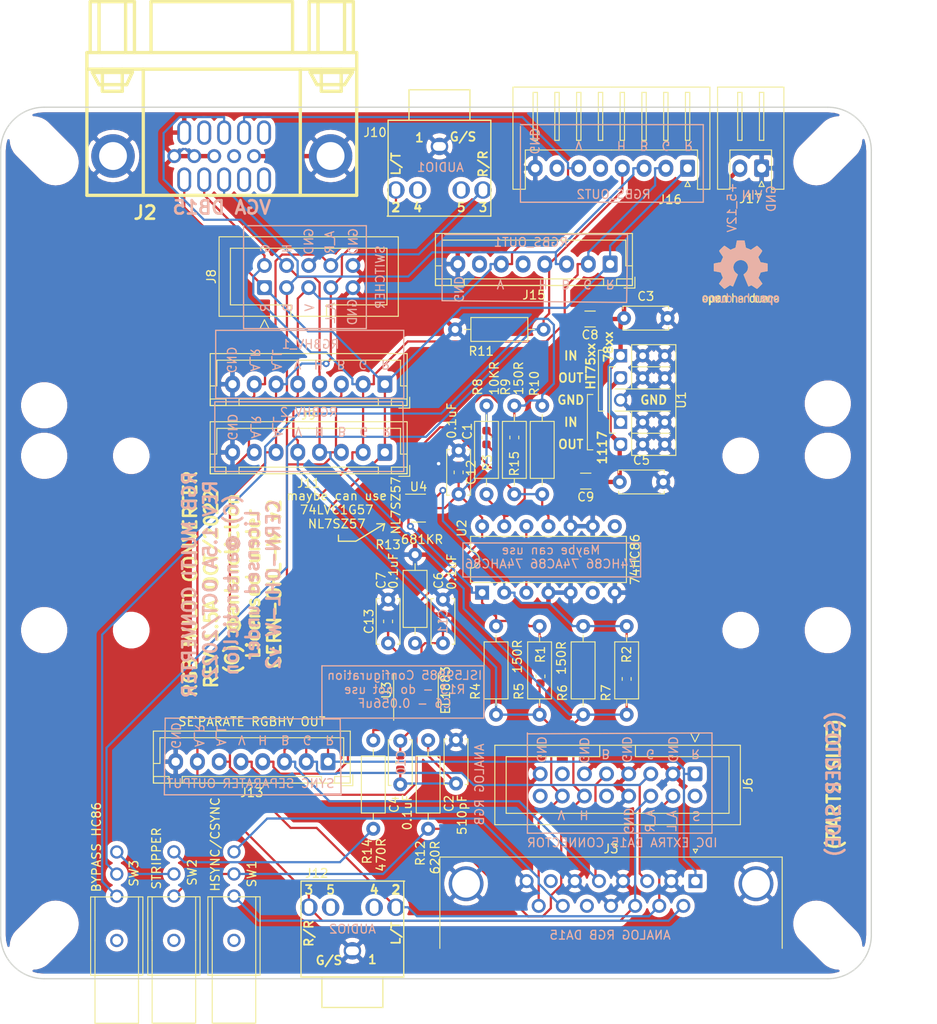
<source format=kicad_pcb>
(kicad_pcb (version 20171130) (host pcbnew "(5.1.6)-1")
  (title_block (title "RGB MULTI CONVERTER") (date 2022-09-23) (rev 1.5) (comment 1 "SEP/2022 (C) @antarcticlion") (comment 2 "Licensed under CERN-OHL-W v2"))
  (layers (0 F.Cu signal) (31 B.Cu signal) (34 B.Paste user) (35 F.Paste user) (36 B.SilkS user) (37 F.SilkS user) (38 B.Mask user) (39 F.Mask user) (44 Edge.Cuts user))
  (net 0 "")
  (net 1 GND)
  (net 2 VSYNC)
  (net 3 HSYNC)
  (net 4 B)
  (net 5 G)
  (net 6 R)
  (net 7 CSYNC)
  (net 8 +3V3)
  (net 9 "Net-(C3-Pad1)")
  (net 10 AUDIO_R)
  (net 11 AUDIO_L)
  (net 12 "Net-(R10-Pad1)")
  (net 13 "Net-(J3-Pad9)")
  (net 14 "Net-(U2-Pad12)")
  (net 15 "Net-(J3-Pad14)")
  (net 16 "Net-(J13-Pad5)")
  (net 17 "Net-(J13-Pad4)")
  (net 18 "Net-(R10-Pad2)")
  (net 19 "Net-(R14-Pad2)")
  (net 20 "Net-(R14-Pad1)")
  (net 21 "Net-(SW2-Pad2)")
  (net 22 "Net-(C10-Pad1)")
  (net 23 "Net-(C10-Pad2)")
  (net 24 "Net-(C11-Pad1)")
  (net 25 "Net-(R1-Pad1)")
  (net 26 "Net-(R2-Pad2)")
  (net 27 "Net-(R3-Pad1)")
  (module Symbol:OSHW-Logo2_9.8x8mm_SilkScreen (layer B.Cu) (at 135 81 180)
    (fp_text reference REF** hide)
    (fp_text value OSHW-Logo2_9.8x8mm_SilkScreen hide)
  )
  (module Symbol:OSHW-Logo2_9.8x8mm_SilkScreen (layer F.Cu) (at 135 81)
    (fp_text reference REF** hide)
    (fp_text value OSHW-Logo2_9.8x8mm_SilkScreen hide)
  )
  (module Resistor_THT:R_Axial_DIN0207_L6.3mm_D2.5mm_P10.16mm_Horizontal (layer F.Cu) (at 105.8 106.4 90)
    (fp_text reference R8 (at 12.3 -1 90) (layer F.SilkS))
    (fp_text value 10KR (at 13.3 0.9 90) (layer F.SilkS))
    (pad 2 thru_hole oval (at 10.16 0 90) (size 1.6 1.6) (drill 0.8) (layers *.Cu *.Mask) (net 8 +3V3))
    (pad 1 thru_hole circle (at 0 0 90) (size 1.6 1.6) (drill 0.8) (layers *.Cu *.Mask) (net 27 "Net-(R3-Pad1)"))
  )
  (module Resistor_SMD:R_0603_1608Metric (layer F.Cu) (at 105.8 99.9 90)
    (fp_text reference R3 (at -2.9 0.1 90) (layer F.SilkS))
    (fp_text value 10KR)
    (pad 2 smd roundrect (at 0.7875 0 90) (size 0.875 0.95) (layers F.Cu F.Paste F.Mask) (net 8 +3V3))
    (pad 1 smd roundrect (at -0.7875 0 90) (size 0.875 0.95) (layers F.Cu F.Paste F.Mask) (net 27 "Net-(R3-Pad1)"))
  )
  (module Resistor_SMD:R_0603_1608Metric (layer F.Cu) (at 109 99.9 90)
    (fp_text reference R15 (at -3 0 90) (layer F.SilkS))
    (fp_text value 150R)
    (pad 2 smd roundrect (at 0.7875 0 90) (size 0.875 0.95) (layers F.Cu F.Paste F.Mask) (net 18 "Net-(R10-Pad2)"))
    (pad 1 smd roundrect (at -0.7875 0 90) (size 0.875 0.95) (layers F.Cu F.Paste F.Mask) (net 12 "Net-(R10-Pad1)"))
  )
  (module Resistor_SMD:R_0603_1608Metric (layer F.Cu) (at 121.9 127.6 90)
    (fp_text reference R2 (at 2.8 0 90) (layer F.SilkS))
    (fp_text value 150R)
    (pad 2 smd roundrect (at 0.7875 0 90) (size 0.875 0.95) (layers F.Cu F.Paste F.Mask) (net 26 "Net-(R2-Pad2)"))
    (pad 1 smd roundrect (at -0.7875 0 90) (size 0.875 0.95) (layers F.Cu F.Paste F.Mask) (net 3 HSYNC))
  )
  (module Resistor_SMD:R_0603_1608Metric (layer F.Cu) (at 112 127.3 270)
    (fp_text reference R1 (at -2.5 0 90) (layer F.SilkS))
    (fp_text value 150R)
    (pad 2 smd roundrect (at 0.7875 0 270) (size 0.875 0.95) (layers F.Cu F.Paste F.Mask) (net 2 VSYNC))
    (pad 1 smd roundrect (at -0.7875 0 270) (size 0.875 0.95) (layers F.Cu F.Paste F.Mask) (net 25 "Net-(R1-Pad1)"))
  )
  (module Capacitor_SMD:C_0603_1608Metric (layer F.Cu) (at 94.5 121 270)
    (fp_text reference C13 (at 0 2.2 90) (layer F.SilkS))
    (fp_text value 0.1uF)
    (pad 2 smd roundrect (at 0.7875 0 270) (size 0.875 0.95) (layers F.Cu F.Paste F.Mask) (net 8 +3V3))
    (pad 1 smd roundrect (at -0.7875 0 270) (size 0.875 0.95) (layers F.Cu F.Paste F.Mask) (net 1 GND))
  )
  (module Capacitor_SMD:C_0603_1608Metric (layer F.Cu) (at 102.6 103.9 270)
    (fp_text reference C12 (at 0 -1.43 90) (layer F.SilkS))
    (fp_text value 0.1uF)
    (pad 2 smd roundrect (at 0.7875 0 270) (size 0.875 0.95) (layers F.Cu F.Paste F.Mask) (net 8 +3V3))
    (pad 1 smd roundrect (at -0.7875 0 270) (size 0.875 0.95) (layers F.Cu F.Paste F.Mask) (net 1 GND))
  )
  (module Capacitor_SMD:C_0603_1608Metric (layer F.Cu) (at 100.8 121 90)
    (fp_text reference C11 (at 0 0 90) (layer B.SilkS) (effects (justify mirror)))
    (fp_text value 0.1uF)
    (pad 2 smd roundrect (at 0.7875 0 90) (size 0.875 0.95) (layers F.Cu F.Paste F.Mask) (net 1 GND))
    (pad 1 smd roundrect (at -0.7875 0 90) (size 0.875 0.95) (layers F.Cu F.Paste F.Mask) (net 24 "Net-(C11-Pad1)"))
  )
  (module Capacitor_SMD:C_0603_1608Metric (layer F.Cu) (at 95.9 137.2 90)
    (fp_text reference C10 (at 0 0.1 90) (layer B.SilkS) (effects (justify mirror)))
    (fp_text value 0.1uF)
    (pad 2 smd roundrect (at 0.7875 0 90) (size 0.875 0.95) (layers F.Cu F.Paste F.Mask) (net 23 "Net-(C10-Pad2)"))
    (pad 1 smd roundrect (at -0.7875 0 90) (size 0.875 0.95) (layers F.Cu F.Paste F.Mask) (net 22 "Net-(C10-Pad1)"))
  )
  (module Capacitor_SMD:C_1206_3216Metric (layer F.Cu) (at 117.2 104.9 180)
    (fp_text reference C9 (at 0 -1.82) (layer F.SilkS))
    (fp_text value 10uF)
    (pad 2 smd roundrect (at 1.4 0 180) (size 1.25 1.75) (layers F.Cu F.Paste F.Mask) (roundrect_rratio 0.2) (net 1 GND))
    (pad 1 smd roundrect (at -1.4 0 180) (size 1.25 1.75) (layers F.Cu F.Paste F.Mask) (roundrect_rratio 0.2) (net 8 +3V3))
  )
  (module Capacitor_SMD:C_1206_3216Metric (layer F.Cu) (at 117.7 86.3 180)
    (fp_text reference C8 (at 0 -1.82) (layer F.SilkS))
    (fp_text value 10uF)
    (pad 2 smd roundrect (at 1.4 0 180) (size 1.25 1.75) (layers F.Cu F.Paste F.Mask) (roundrect_rratio 0.2) (net 1 GND))
    (pad 1 smd roundrect (at -1.4 0 180) (size 1.25 1.75) (layers F.Cu F.Paste F.Mask) (roundrect_rratio 0.2) (net 9 "Net-(C3-Pad1)"))
  )
  (module Package_SO:TSOP-6_1.65x3.05mm_P0.95mm (layer F.Cu) (at 98 108)
    (fp_text reference U4 (at 0 -2.45) (layer F.SilkS))
    (fp_text value NL7SZ57 (at -2.6 -0.3 90) (layer F.SilkS))
    (pad 6 smd rect (at 1.16 -0.95) (size 0.7 0.51) (layers F.Cu F.Paste F.Mask) (net 26 "Net-(R2-Pad2)"))
    (pad 5 smd rect (at 1.16 0) (size 0.7 0.51) (layers F.Cu F.Paste F.Mask) (net 8 +3V3))
    (pad 4 smd rect (at 1.16 0.95) (size 0.7 0.51) (layers F.Cu F.Paste F.Mask) (net 12 "Net-(R10-Pad1)"))
    (pad 3 smd rect (at -1.16 0.95) (size 0.7 0.51) (layers F.Cu F.Paste F.Mask) (net 25 "Net-(R1-Pad1)"))
    (pad 2 smd rect (at -1.16 0) (size 0.7 0.51) (layers F.Cu F.Paste F.Mask) (net 1 GND))
    (pad 1 smd rect (at -1.16 -0.95) (size 0.7 0.51) (layers F.Cu F.Paste F.Mask) (net 25 "Net-(R1-Pad1)"))
  )
  (module MountingHole:MountingHole_4.3mm_M4 (layer F.Cu) (at 55 96.2)
    (fp_text reference H13 hide)
    (fp_text value M4)
    (pad 1 np_thru_hole circle (at 0 0) (size 4.3 4.3) (drill 4.3) (layers *.Cu *.Mask))
  )
  (module MountingHole:MountingHole_4.3mm_M4 (layer F.Cu) (at 145 96)
    (fp_text reference H14 hide)
    (fp_text value M4)
    (pad 1 np_thru_hole circle (at 0 0) (size 4.3 4.3) (drill 4.3) (layers *.Cu *.Mask))
  )
  (module MountingHole:MountingHole_4.3mm_M4 (layer F.Cu) (at 145 122)
    (fp_text reference H12 hide)
    (fp_text value M4)
    (pad 1 np_thru_hole circle (at 0 0) (size 4.3 4.3) (drill 4.3) (layers *.Cu *.Mask))
  )
  (module MountingHole:MountingHole_4.3mm_M4 (layer F.Cu) (at 145 102)
    (fp_text reference H11 hide)
    (fp_text value M4)
    (pad 1 np_thru_hole circle (at 0 0) (size 4.3 4.3) (drill 4.3) (layers *.Cu *.Mask))
  )
  (module MountingHole:MountingHole_4.3mm_M4 (layer F.Cu) (at 55 122)
    (fp_text reference H10 hide)
    (fp_text value M4)
    (pad 1 np_thru_hole circle (at 0 0) (size 4.3 4.3) (drill 4.3) (layers *.Cu *.Mask))
  )
  (module MountingHole:MountingHole_4.3mm_M4 (layer F.Cu) (at 55 102)
    (fp_text reference H9 hide)
    (fp_text value M4)
    (pad 1 np_thru_hole circle (at 0 0) (size 4.3 4.3) (drill 4.3) (layers *.Cu *.Mask))
  )
  (module MountingHole:MountingHole_4.3mm_M4 (layer F.Cu) (at 145 67)
    (fp_text reference H4 hide)
    (fp_text value M4)
    (pad "" np_thru_hole oval (at 0 0 135) (size 4.3 8) (drill oval 4.3 8) (layers *.Cu *.Mask))
  )
  (module MountingHole:MountingHole_4.3mm_M4 (layer F.Cu) (at 55 157)
    (fp_text reference H3 hide)
    (fp_text value M4)
    (pad "" np_thru_hole oval (at 0 0 135) (size 4.3 8) (drill oval 4.3 8) (layers *.Cu *.Mask))
  )
  (module MountingHole:MountingHole_4.3mm_M4 (layer F.Cu) (at 55 67)
    (fp_text reference H2 hide)
    (fp_text value M4)
    (pad "" np_thru_hole oval (at 0 0 45) (size 4.3 8) (drill oval 4.3 8) (layers *.Cu *.Mask))
  )
  (module MountingHole:MountingHole_4.3mm_M4 (layer F.Cu) (at 145 157)
    (fp_text reference H1 hide)
    (fp_text value M4)
    (pad "" np_thru_hole oval (at 0 0 45) (size 4.3 8) (drill oval 4.3 8) (layers *.Cu *.Mask))
  )
  (module MountingHole:MountingHole_3.2mm_M3 (layer F.Cu) (at 65 122)
    (fp_text reference H8 hide)
    (fp_text value M3)
    (pad 1 np_thru_hole circle (at 0 0) (size 3.2 3.2) (drill 3.2) (layers *.Cu *.Mask))
  )
  (module MountingHole:MountingHole_3.2mm_M3 (layer F.Cu) (at 135 122)
    (fp_text reference H7 hide)
    (fp_text value M3)
    (pad 1 np_thru_hole circle (at 0 0) (size 3.2 3.2) (drill 3.2) (layers *.Cu *.Mask))
  )
  (module MountingHole:MountingHole_3.2mm_M3 (layer F.Cu) (at 135 102)
    (fp_text reference H5 hide)
    (fp_text value M3)
    (pad 1 np_thru_hole circle (at 0 0) (size 3.2 3.2) (drill 3.2) (layers *.Cu *.Mask))
  )
  (module Package_SO:SOIC-8_3.9x4.9mm_P1.27mm (layer F.Cu) (at 97.7 128.9 90)
    (fp_text reference U3 (at 0 -3.4 90) (layer F.SilkS))
    (fp_text value EL1883 (at 0 3.4 90) (layer F.SilkS))
    (pad 8 smd roundrect (at 2.475 -1.905 90) (size 1.95 0.6) (layers F.Cu F.Paste F.Mask) (net 8 +3V3))
    (pad 7 smd roundrect (at 2.475 -0.635 90) (size 1.95 0.6) (layers F.Cu F.Paste F.Mask) (net 17 "Net-(J13-Pad4)"))
    (pad 6 smd roundrect (at 2.475 0.635 90) (size 1.95 0.6) (layers F.Cu F.Paste F.Mask) (net 24 "Net-(C11-Pad1)"))
    (pad 5 smd roundrect (at 2.475 1.905 90) (size 1.95 0.6) (layers F.Cu F.Paste F.Mask))
    (pad 4 smd roundrect (at -2.475 1.905 90) (size 1.95 0.6) (layers F.Cu F.Paste F.Mask) (net 1 GND))
    (pad 3 smd roundrect (at -2.475 0.635 90) (size 1.95 0.6) (layers F.Cu F.Paste F.Mask) (net 16 "Net-(J13-Pad5)"))
    (pad 2 smd roundrect (at -2.475 -0.635 90) (size 1.95 0.6) (layers F.Cu F.Paste F.Mask) (net 23 "Net-(C10-Pad2)"))
    (pad 1 smd roundrect (at -2.475 -1.905 90) (size 1.95 0.6) (layers F.Cu F.Paste F.Mask) (net 19 "Net-(R14-Pad2)"))
  )
  (module ryuk_lib:PIN_Unified_LDO (layer F.Cu) (at 121.2 95.6 90)
    (fp_text reference U1 (at 0 6.985 90) (layer F.SilkS))
    (fp_text value 3V3_REG)
    (fp_text user GND (at 0 -5.715) (layer F.SilkS) (effects (font (thickness 0.2))))
    (fp_text user HT75xx (at 3.8735 -3.429 90) (layer F.SilkS) (effects (font (thickness 0.2))))
    (fp_text user 1117 (at -5.461 -2.0955 90) (layer F.SilkS) (effects (font (thickness 0.2))))
    (fp_text user 78xx (at 6.1 -1.4 90) (layer F.SilkS) (effects (font (thickness 0.2))))
    (fp_text user IN (at 5.08 -5.715) (layer F.SilkS) (effects (font (thickness 0.2))))
    (fp_text user OUT (at -5.08 -5.715) (layer F.SilkS) (effects (font (thickness 0.2))))
    (fp_text user OUT (at 2.54 -5.715) (layer F.SilkS) (effects (font (thickness 0.2))))
    (fp_text user GND (at 0 3.81) (layer F.SilkS) (effects (font (thickness 0.2))))
    (fp_text user IN (at -2.54 -5.715) (layer F.SilkS) (effects (font (thickness 0.2))))
    (pad 2 thru_hole circle (at 5.08 2.54 90) (size 1.524 1.524) (drill 0.762) (layers *.Cu *.Mask) (net 1 GND))
    (pad 2 thru_hole circle (at 5.08 5.08 90) (size 1.524 1.524) (drill 0.762) (layers *.Cu *.Mask) (net 1 GND))
    (pad 2 thru_hole circle (at 2.54 5.08 90) (size 1.524 1.524) (drill 0.762) (layers *.Cu *.Mask) (net 1 GND))
    (pad 2 thru_hole circle (at 2.54 2.54 90) (size 1.524 1.524) (drill 0.762) (layers *.Cu *.Mask) (net 1 GND))
    (pad 2 thru_hole circle (at -5.08 5.08 90) (size 1.524 1.524) (drill 0.762) (layers *.Cu *.Mask) (net 1 GND))
    (pad 2 thru_hole circle (at -5.08 2.54 90) (size 1.524 1.524) (drill 0.762) (layers *.Cu *.Mask) (net 1 GND))
    (pad 2 thru_hole circle (at -2.54 2.54 90) (size 1.524 1.524) (drill 0.762) (layers *.Cu *.Mask) (net 1 GND))
    (pad 2 thru_hole circle (at -2.54 5.08 90) (size 1.524 1.524) (drill 0.762) (layers *.Cu *.Mask) (net 1 GND))
    (pad 3 thru_hole roundrect (at -5.08 0 90) (size 1.524 1.524) (drill 1) (layers *.Cu *.Mask) (net 8 +3V3))
    (pad 1 thru_hole rect (at 5.08 0 90) (size 1.524 1.524) (drill 1) (layers *.Cu *.Mask) (net 9 "Net-(C3-Pad1)"))
    (pad 3 thru_hole roundrect (at 2.54 0 90) (size 1.524 1.524) (drill 1) (layers *.Cu *.Mask) (net 8 +3V3))
    (pad 2 thru_hole circle (at 0 0 90) (size 1.524 1.524) (drill 1) (layers *.Cu *.Mask) (net 1 GND))
    (pad 1 thru_hole rect (at -2.54 0 90) (size 1.524 1.524) (drill 1) (layers *.Cu *.Mask) (net 9 "Net-(C3-Pad1)"))
  )
  (module ryuk_lib:2MS1T1B4M7QES (layer F.Cu) (at 63.335 157.615 180)
    (fp_text reference SW3 (at -1.965 7.715 90) (layer F.SilkS))
    (fp_text value "BYPASS HC86" (at 2.335 10.715 90) (layer F.SilkS))
    (pad 0 thru_hole circle (at 0 0 180) (size 1.524 1.524) (drill 1) (layers *.Cu *.Mask))
    (pad 3 thru_hole circle (at 0 10.16 180) (size 1.524 1.524) (drill 1) (layers *.Cu *.Mask) (net 21 "Net-(SW2-Pad2)"))
    (pad 2 thru_hole circle (at 0 7.62 180) (size 1.524 1.524) (drill 1) (layers *.Cu *.Mask) (net 7 CSYNC))
    (pad 1 thru_hole circle (at 0 5.08 180) (size 1.524 1.524) (drill 1) (layers *.Cu *.Mask) (net 18 "Net-(R10-Pad2)"))
  )
  (module ryuk_lib:2MS1T1B4M7QES (layer F.Cu) (at 69.9 157.6 180)
    (fp_text reference SW2 (at -2.1 7.8 90) (layer F.SilkS))
    (fp_text value STRIPPER (at 2 9.4 90) (layer F.SilkS))
    (pad 0 thru_hole circle (at 0 0 180) (size 1.524 1.524) (drill 1) (layers *.Cu *.Mask))
    (pad 3 thru_hole circle (at 0 10.16 180) (size 1.524 1.524) (drill 1) (layers *.Cu *.Mask) (net 20 "Net-(R14-Pad1)"))
    (pad 2 thru_hole circle (at 0 7.62 180) (size 1.524 1.524) (drill 1) (layers *.Cu *.Mask) (net 21 "Net-(SW2-Pad2)"))
    (pad 1 thru_hole circle (at 0 5.08 180) (size 1.524 1.524) (drill 1) (layers *.Cu *.Mask) (net 3 HSYNC))
  )
  (module ryuk_lib:2MS1T1B4M7QES (layer F.Cu) (at 76.8 157.6 180)
    (fp_text reference SW1 (at -2.045 7.615 90) (layer F.SilkS))
    (fp_text value HSYNC/CSYNC (at 2.155 11.015 90) (layer F.SilkS))
    (pad 0 thru_hole circle (at 0 0 180) (size 1.524 1.524) (drill 1) (layers *.Cu *.Mask))
    (pad 3 thru_hole circle (at 0 10.16 180) (size 1.524 1.524) (drill 1) (layers *.Cu *.Mask) (net 15 "Net-(J3-Pad14)"))
    (pad 2 thru_hole circle (at 0 7.62 180) (size 1.524 1.524) (drill 1) (layers *.Cu *.Mask) (net 3 HSYNC))
    (pad 1 thru_hole circle (at 0 5.08 180) (size 1.524 1.524) (drill 1) (layers *.Cu *.Mask) (net 13 "Net-(J3-Pad9)"))
  )
  (module Resistor_THT:R_Axial_DIN0207_L6.3mm_D2.5mm_P10.16mm_Horizontal (layer F.Cu) (at 92.8 144.8 90)
    (fp_text reference R14 (at -2.6 -0.7 90) (layer F.SilkS))
    (fp_text value 470R (at -3 0.9 90) (layer F.SilkS))
    (pad 2 thru_hole oval (at 10.16 0 90) (size 1.6 1.6) (drill 0.8) (layers *.Cu *.Mask) (net 19 "Net-(R14-Pad2)"))
    (pad 1 thru_hole circle (at 0 0 90) (size 1.6 1.6) (drill 0.8) (layers *.Cu *.Mask) (net 20 "Net-(R14-Pad1)"))
  )
  (module Resistor_THT:R_Axial_DIN0207_L6.3mm_D2.5mm_P10.16mm_Horizontal (layer F.Cu) (at 97.6 123.5 90)
    (fp_text reference R13 (at 11.3 -3.1 180) (layer F.SilkS))
    (fp_text value 681KR (at 11.9 0.8 180) (layer F.SilkS))
    (pad 2 thru_hole oval (at 10.16 0 90) (size 1.6 1.6) (drill 0.8) (layers *.Cu *.Mask) (net 1 GND))
    (pad 1 thru_hole circle (at 0 0 90) (size 1.6 1.6) (drill 0.8) (layers *.Cu *.Mask) (net 24 "Net-(C11-Pad1)"))
  )
  (module Resistor_THT:R_Axial_DIN0207_L6.3mm_D2.5mm_P10.16mm_Horizontal (layer F.Cu) (at 99.1 144.8 90)
    (fp_text reference R12 (at -2.8 -0.9 90) (layer F.SilkS))
    (fp_text value 620R (at -3.3 0.8 90) (layer F.SilkS))
    (pad 2 thru_hole oval (at 10.16 0 90) (size 1.6 1.6) (drill 0.8) (layers *.Cu *.Mask) (net 22 "Net-(C10-Pad1)"))
    (pad 1 thru_hole circle (at 0 0 90) (size 1.6 1.6) (drill 0.8) (layers *.Cu *.Mask) (net 3 HSYNC))
  )
  (module Connector_JST:JST_XH_B8B-XH-A_1x08_P2.50mm_Vertical (layer F.Cu) (at 87.6 137.1 180)
    (fp_text reference J13 (at 8.75 -3.55) (layer F.SilkS))
    (fp_text value "SE`PARATE RGBHV OUT" (at 8.75 4.6) (layer F.SilkS))
    (pad 8 thru_hole oval (at 17.5 0 180) (size 1.7 1.95) (drill 0.95) (layers *.Cu *.Mask) (net 1 GND))
    (pad 7 thru_hole oval (at 15 0 180) (size 1.7 1.95) (drill 0.95) (layers *.Cu *.Mask) (net 10 AUDIO_R))
    (pad 6 thru_hole oval (at 12.5 0 180) (size 1.7 1.95) (drill 0.95) (layers *.Cu *.Mask) (net 11 AUDIO_L))
    (pad 5 thru_hole oval (at 10 0 180) (size 1.7 1.95) (drill 0.95) (layers *.Cu *.Mask) (net 16 "Net-(J13-Pad5)"))
    (pad 4 thru_hole oval (at 7.5 0 180) (size 1.7 1.95) (drill 0.95) (layers *.Cu *.Mask) (net 17 "Net-(J13-Pad4)"))
    (pad 3 thru_hole oval (at 5 0 180) (size 1.7 1.95) (drill 0.95) (layers *.Cu *.Mask) (net 4 B))
    (pad 2 thru_hole oval (at 2.5 0 180) (size 1.7 1.95) (drill 0.95) (layers *.Cu *.Mask) (net 5 G))
    (pad 1 thru_hole roundrect (at 0 0 180) (size 1.7 1.95) (drill 0.95) (layers *.Cu *.Mask) (roundrect_rratio 0.147059) (net 6 R))
  )
  (module MountingHole:MountingHole_3.2mm_M3 (layer F.Cu) (at 65 102)
    (fp_text reference H6 hide)
    (fp_text value M3)
    (pad 1 np_thru_hole circle (at 0 0) (size 3.2 3.2) (drill 3.2) (layers *.Cu *.Mask))
  )
  (module Capacitor_THT:C_Disc_D5.0mm_W2.5mm_P5.00mm (layer F.Cu) (at 94.5 118.5 270)
    (fp_text reference C7 (at -2.2 0.8 90) (layer F.SilkS))
    (fp_text value 0.1uF (at -3.3 -0.6 90) (layer F.SilkS))
    (pad 2 thru_hole circle (at 5 0 270) (size 1.6 1.6) (drill 0.8) (layers *.Cu *.Mask) (net 8 +3V3))
    (pad 1 thru_hole circle (at 0 0 270) (size 1.6 1.6) (drill 0.8) (layers *.Cu *.Mask) (net 1 GND))
  )
  (module Capacitor_THT:C_Disc_D5.0mm_W2.5mm_P5.00mm (layer F.Cu) (at 100.8 123.5 90)
    (fp_text reference C6 (at 7.2 -0.5 90) (layer F.SilkS))
    (fp_text value 0.1uF (at 8.2 1 90) (layer F.SilkS))
    (pad 2 thru_hole circle (at 5 0 90) (size 1.6 1.6) (drill 0.8) (layers *.Cu *.Mask) (net 1 GND))
    (pad 1 thru_hole circle (at 0 0 90) (size 1.6 1.6) (drill 0.8) (layers *.Cu *.Mask) (net 24 "Net-(C11-Pad1)"))
  )
  (module Capacitor_THT:C_Disc_D5.0mm_W2.5mm_P5.00mm (layer F.Cu) (at 95.9 139.7 90)
    (fp_text reference C4 (at -2.3 -0.7 90) (layer F.SilkS))
    (fp_text value 0.1uF (at -3.2 0.8 90) (layer F.SilkS))
    (pad 2 thru_hole circle (at 5 0 90) (size 1.6 1.6) (drill 0.8) (layers *.Cu *.Mask) (net 23 "Net-(C10-Pad2)"))
    (pad 1 thru_hole circle (at 0 0 90) (size 1.6 1.6) (drill 0.8) (layers *.Cu *.Mask) (net 22 "Net-(C10-Pad1)"))
  )
  (module Capacitor_THT:C_Disc_D5.0mm_W2.5mm_P5.00mm (layer F.Cu) (at 102.3 139.6 90)
    (fp_text reference C2 (at -2.3 -0.8 90) (layer F.SilkS))
    (fp_text value 510pF (at -3.6 0.7 90) (layer F.SilkS))
    (pad 2 thru_hole circle (at 5 0 90) (size 1.6 1.6) (drill 0.8) (layers *.Cu *.Mask) (net 1 GND))
    (pad 1 thru_hole circle (at 0 0 90) (size 1.6 1.6) (drill 0.8) (layers *.Cu *.Mask) (net 22 "Net-(C10-Pad1)"))
  )
  (module Capacitor_THT:C_Disc_D5.0mm_W2.5mm_P5.00mm (layer F.Cu) (at 121.1 105)
    (fp_text reference C5 (at 2.5 -2.5) (layer F.SilkS))
    (fp_text value 10uF)
    (pad 2 thru_hole circle (at 5 0) (size 1.6 1.6) (drill 0.8) (layers *.Cu *.Mask) (net 1 GND))
    (pad 1 thru_hole circle (at 0 0) (size 1.6 1.6) (drill 0.8) (layers *.Cu *.Mask) (net 8 +3V3))
  )
  (module Capacitor_THT:C_Disc_D5.0mm_W2.5mm_P5.00mm (layer F.Cu) (at 121.6 86.2)
    (fp_text reference C3 (at 2.5 -2.5) (layer F.SilkS))
    (fp_text value 10uF)
    (pad 2 thru_hole circle (at 5 0) (size 1.6 1.6) (drill 0.8) (layers *.Cu *.Mask) (net 1 GND))
    (pad 1 thru_hole circle (at 0 0) (size 1.6 1.6) (drill 0.8) (layers *.Cu *.Mask) (net 9 "Net-(C3-Pad1)"))
  )
  (module Capacitor_THT:C_Disc_D5.0mm_W2.5mm_P5.00mm (layer F.Cu) (at 102.6 101.4 270)
    (fp_text reference C1 (at -2.22 -1 90) (layer F.SilkS))
    (fp_text value 0.1uF (at -3.42 0.8 90) (layer F.SilkS))
    (pad 2 thru_hole circle (at 5 0 270) (size 1.6 1.6) (drill 0.8) (layers *.Cu *.Mask) (net 8 +3V3))
    (pad 1 thru_hole circle (at 0 0 270) (size 1.6 1.6) (drill 0.8) (layers *.Cu *.Mask) (net 1 GND))
  )
  (module Resistor_THT:R_Axial_DIN0207_L6.3mm_D2.5mm_P10.16mm_Horizontal (layer F.Cu) (at 102.2 87.5)
    (fp_text reference R11 (at 3 2.5) (layer F.SilkS))
    (fp_text value 100R-NO_LOAD)
    (pad 2 thru_hole oval (at 10.16 0) (size 1.6 1.6) (drill 0.8) (layers *.Cu *.Mask) (net 7 CSYNC))
    (pad 1 thru_hole circle (at 0 0) (size 1.6 1.6) (drill 0.8) (layers *.Cu *.Mask) (net 1 GND))
  )
  (module Resistor_THT:R_Axial_DIN0207_L6.3mm_D2.5mm_P10.16mm_Horizontal (layer F.Cu) (at 112.2 106.4 90)
    (fp_text reference R10 (at 12.7 -0.9 90) (layer F.SilkS))
    (fp_text value 0R-NO_LOAD)
    (pad 2 thru_hole oval (at 10.16 0 90) (size 1.6 1.6) (drill 0.8) (layers *.Cu *.Mask) (net 18 "Net-(R10-Pad2)"))
    (pad 1 thru_hole circle (at 0 0 90) (size 1.6 1.6) (drill 0.8) (layers *.Cu *.Mask) (net 12 "Net-(R10-Pad1)"))
  )
  (module Resistor_THT:R_Axial_DIN0207_L6.3mm_D2.5mm_P10.16mm_Horizontal (layer F.Cu) (at 109 106.4 90)
    (fp_text reference R9 (at 12.3 -1 90) (layer F.SilkS))
    (fp_text value 150R (at 13.3 0.5 90) (layer F.SilkS))
    (pad 2 thru_hole oval (at 10.16 0 90) (size 1.6 1.6) (drill 0.8) (layers *.Cu *.Mask) (net 18 "Net-(R10-Pad2)"))
    (pad 1 thru_hole circle (at 0 0 90) (size 1.6 1.6) (drill 0.8) (layers *.Cu *.Mask) (net 12 "Net-(R10-Pad1)"))
  )
  (module Resistor_THT:R_Axial_DIN0207_L6.3mm_D2.5mm_P10.16mm_Horizontal (layer F.Cu) (at 121.9 131.7 90)
    (fp_text reference R7 (at 2.5 -2.37 90) (layer F.SilkS))
    (fp_text value 0R-NO_LOAD)
    (pad 2 thru_hole oval (at 10.16 0 90) (size 1.6 1.6) (drill 0.8) (layers *.Cu *.Mask) (net 26 "Net-(R2-Pad2)"))
    (pad 1 thru_hole circle (at 0 0 90) (size 1.6 1.6) (drill 0.8) (layers *.Cu *.Mask) (net 3 HSYNC))
  )
  (module Resistor_THT:R_Axial_DIN0207_L6.3mm_D2.5mm_P10.16mm_Horizontal (layer F.Cu) (at 116.9 131.7 90)
    (fp_text reference R6 (at 2.5 -2.37 90) (layer F.SilkS))
    (fp_text value 150R (at 6.5 -2.5 90) (layer F.SilkS))
    (pad 2 thru_hole oval (at 10.16 0 90) (size 1.6 1.6) (drill 0.8) (layers *.Cu *.Mask) (net 26 "Net-(R2-Pad2)"))
    (pad 1 thru_hole circle (at 0 0 90) (size 1.6 1.6) (drill 0.8) (layers *.Cu *.Mask) (net 3 HSYNC))
  )
  (module Resistor_THT:R_Axial_DIN0207_L6.3mm_D2.5mm_P10.16mm_Horizontal (layer F.Cu) (at 111.9 131.7 90)
    (fp_text reference R5 (at 2.67 -2.37 90) (layer F.SilkS))
    (fp_text value 150R (at 6.67 -2.55 90) (layer F.SilkS))
    (pad 2 thru_hole oval (at 10.16 0 90) (size 1.6 1.6) (drill 0.8) (layers *.Cu *.Mask) (net 25 "Net-(R1-Pad1)"))
    (pad 1 thru_hole circle (at 0 0 90) (size 1.6 1.6) (drill 0.8) (layers *.Cu *.Mask) (net 2 VSYNC))
  )
  (module Resistor_THT:R_Axial_DIN0207_L6.3mm_D2.5mm_P10.16mm_Horizontal (layer F.Cu) (at 106.9 131.7 90)
    (fp_text reference R4 (at 2.67 -2.37 90) (layer F.SilkS))
    (fp_text value 0R-NO_LOAD)
    (pad 2 thru_hole oval (at 10.16 0 90) (size 1.6 1.6) (drill 0.8) (layers *.Cu *.Mask) (net 25 "Net-(R1-Pad1)"))
    (pad 1 thru_hole circle (at 0 0 90) (size 1.6 1.6) (drill 0.8) (layers *.Cu *.Mask) (net 2 VSYNC))
  )
  (module Package_DIP:DIP-14_W7.62mm (layer F.Cu) (at 105.3 117.7 90)
    (fp_text reference U2 (at 7.4 -2.33 90) (layer F.SilkS))
    (fp_text value 74HC86 (at 3.81 17.57 90) (layer F.SilkS))
    (pad 14 thru_hole oval (at 7.62 0 90) (size 1.6 1.6) (drill 0.8) (layers *.Cu *.Mask) (net 8 +3V3))
    (pad 7 thru_hole oval (at 0 15.24 90) (size 1.6 1.6) (drill 0.8) (layers *.Cu *.Mask) (net 1 GND))
    (pad 13 thru_hole oval (at 7.62 2.54 90) (size 1.6 1.6) (drill 0.8) (layers *.Cu *.Mask) (net 27 "Net-(R3-Pad1)"))
    (pad 6 thru_hole oval (at 0 12.7 90) (size 1.6 1.6) (drill 0.8) (layers *.Cu *.Mask))
    (pad 12 thru_hole oval (at 7.62 5.08 90) (size 1.6 1.6) (drill 0.8) (layers *.Cu *.Mask) (net 14 "Net-(U2-Pad12)"))
    (pad 5 thru_hole oval (at 0 10.16 90) (size 1.6 1.6) (drill 0.8) (layers *.Cu *.Mask) (net 1 GND))
    (pad 11 thru_hole oval (at 7.62 7.62 90) (size 1.6 1.6) (drill 0.8) (layers *.Cu *.Mask) (net 12 "Net-(R10-Pad1)"))
    (pad 4 thru_hole oval (at 0 7.62 90) (size 1.6 1.6) (drill 0.8) (layers *.Cu *.Mask) (net 1 GND))
    (pad 10 thru_hole oval (at 7.62 10.16 90) (size 1.6 1.6) (drill 0.8) (layers *.Cu *.Mask) (net 1 GND))
    (pad 3 thru_hole oval (at 0 5.08 90) (size 1.6 1.6) (drill 0.8) (layers *.Cu *.Mask) (net 14 "Net-(U2-Pad12)"))
    (pad 9 thru_hole oval (at 7.62 12.7 90) (size 1.6 1.6) (drill 0.8) (layers *.Cu *.Mask) (net 1 GND))
    (pad 2 thru_hole oval (at 0 2.54 90) (size 1.6 1.6) (drill 0.8) (layers *.Cu *.Mask) (net 26 "Net-(R2-Pad2)"))
    (pad 8 thru_hole oval (at 7.62 15.24 90) (size 1.6 1.6) (drill 0.8) (layers *.Cu *.Mask))
    (pad 1 thru_hole rect (at 0 0 90) (size 1.6 1.6) (drill 0.8) (layers *.Cu *.Mask) (net 25 "Net-(R1-Pad1)"))
  )
  (module Connector_JST:JST_XH_B8B-XH-A_1x08_P2.50mm_Vertical (layer F.Cu) (at 120 80 180)
    (fp_text reference J15 (at 8.75 -3.55) (layer F.SilkS))
    (fp_text value RGBS_OUT1 (at 9.1 2.5) (layer B.SilkS) (effects (justify mirror)))
    (pad 8 thru_hole oval (at 17.5 0 180) (size 1.7 1.95) (drill 0.95) (layers *.Cu *.Mask) (net 1 GND))
    (pad 7 thru_hole oval (at 15 0 180) (size 1.7 1.95) (drill 0.95) (layers *.Cu *.Mask))
    (pad 6 thru_hole oval (at 12.5 0 180) (size 1.7 1.95) (drill 0.95) (layers *.Cu *.Mask) (net 2 VSYNC))
    (pad 5 thru_hole oval (at 10 0 180) (size 1.7 1.95) (drill 0.95) (layers *.Cu *.Mask))
    (pad 4 thru_hole oval (at 7.5 0 180) (size 1.7 1.95) (drill 0.95) (layers *.Cu *.Mask) (net 7 CSYNC))
    (pad 3 thru_hole oval (at 5 0 180) (size 1.7 1.95) (drill 0.95) (layers *.Cu *.Mask) (net 4 B))
    (pad 2 thru_hole oval (at 2.5 0 180) (size 1.7 1.95) (drill 0.95) (layers *.Cu *.Mask) (net 5 G))
    (pad 1 thru_hole roundrect (at 0 0 180) (size 1.7 1.95) (drill 0.95) (layers *.Cu *.Mask) (roundrect_rratio 0.147059) (net 6 R))
  )
  (module ryuk_lib:PJ-3900-04 (layer F.Cu) (at 90.4 161.8 180)
    (fp_text reference J12 (at 4.1 11.9) (layer F.SilkS))
    (fp_text value AUDIO2 (at 0 5.5) (layer B.SilkS) (effects (justify mirror)))
    (fp_text user R/R (at 5 5 90) (layer F.SilkS) (effects (font (thickness 0.2))))
    (fp_text user L/T (at -5 5 90) (layer F.SilkS) (effects (font (thickness 0.2))))
    (fp_text user G/S (at 2.7 1.9) (layer F.SilkS) (effects (font (thickness 0.2))))
    (fp_text user 3 (at 5 10) (layer F.SilkS) (effects (font (thickness 0.2))))
    (fp_text user 4 (at -2.5 10) (layer F.SilkS) (effects (font (thickness 0.25))))
    (fp_text user 2 (at -5 10) (layer F.SilkS) (effects (font (thickness 0.25))))
    (fp_text user 5 (at 2.5 10) (layer F.SilkS) (effects (font (thickness 0.2))))
    (fp_text user 1 (at -2.3 2) (layer F.SilkS) (effects (font (thickness 0.2))))
    (pad 5 thru_hole oval (at 2.5 8 180) (size 2 2) (drill oval 1 1.5) (layers *.Cu *.Mask))
    (pad 4 thru_hole oval (at -2.5 8 180) (size 2 2) (drill oval 1 1.5) (layers *.Cu *.Mask))
    (pad T thru_hole oval (at -5 8 180) (size 2 2) (drill oval 1 1.5) (layers *.Cu *.Mask) (net 11 AUDIO_L))
    (pad R thru_hole oval (at 5 8 180) (size 2 2) (drill oval 1 1.5) (layers *.Cu *.Mask) (net 10 AUDIO_R))
    (pad S thru_hole circle (at 0 3 180) (size 2 2) (drill oval 1.5 1) (layers *.Cu *.Mask) (net 1 GND))
  )
  (module ryuk_lib:PJ-3900-04 (layer F.Cu) (at 100.4 63.5)
    (fp_text reference J10 (at -7.4 1.4) (layer F.SilkS))
    (fp_text value AUDIO1 (at 0.1 5.4) (layer B.SilkS) (effects (justify mirror)))
    (fp_text user R/R (at 5 5 90) (layer F.SilkS) (effects (font (thickness 0.2))))
    (fp_text user L/T (at -5 5 90) (layer F.SilkS) (effects (font (thickness 0.2))))
    (fp_text user G/S (at 2.7 1.9) (layer F.SilkS) (effects (font (thickness 0.2))))
    (fp_text user 3 (at 5 10) (layer F.SilkS) (effects (font (thickness 0.2))))
    (fp_text user 4 (at -2.5 10) (layer F.SilkS) (effects (font (thickness 0.25))))
    (fp_text user 2 (at -5 10) (layer F.SilkS) (effects (font (thickness 0.25))))
    (fp_text user 5 (at 2.5 10) (layer F.SilkS) (effects (font (thickness 0.2))))
    (fp_text user 1 (at -2.3 2) (layer F.SilkS) (effects (font (thickness 0.2))))
    (pad 5 thru_hole oval (at 2.5 8) (size 2 2) (drill oval 1 1.5) (layers *.Cu *.Mask))
    (pad 4 thru_hole oval (at -2.5 8) (size 2 2) (drill oval 1 1.5) (layers *.Cu *.Mask))
    (pad T thru_hole oval (at -5 8) (size 2 2) (drill oval 1 1.5) (layers *.Cu *.Mask) (net 11 AUDIO_L))
    (pad R thru_hole oval (at 5 8) (size 2 2) (drill oval 1 1.5) (layers *.Cu *.Mask) (net 10 AUDIO_R))
    (pad S thru_hole circle (at 0 3) (size 2 2) (drill oval 1.5 1) (layers *.Cu *.Mask) (net 1 GND))
  )
  (module Connector_IDC:IDC-Header_2x08_P2.54mm_Vertical (layer F.Cu) (at 129.75 138.5 270)
    (fp_text reference J6 (at 1.27 -6.1 90) (layer F.SilkS))
    (fp_text value "ANALOG RGB" (at 1.21 24.75 90) (layer B.SilkS) (effects (justify mirror)))
    (pad 16 thru_hole circle (at 2.54 17.78 270) (size 1.7 1.7) (drill 1) (layers *.Cu *.Mask))
    (pad 14 thru_hole circle (at 2.54 15.24 270) (size 1.7 1.7) (drill 1) (layers *.Cu *.Mask) (net 2 VSYNC))
    (pad 12 thru_hole circle (at 2.54 12.7 270) (size 1.7 1.7) (drill 1) (layers *.Cu *.Mask) (net 3 HSYNC))
    (pad 10 thru_hole circle (at 2.54 10.16 270) (size 1.7 1.7) (drill 1) (layers *.Cu *.Mask))
    (pad 8 thru_hole circle (at 2.54 7.62 270) (size 1.7 1.7) (drill 1) (layers *.Cu *.Mask) (net 1 GND))
    (pad 6 thru_hole circle (at 2.54 5.08 270) (size 1.7 1.7) (drill 1) (layers *.Cu *.Mask) (net 10 AUDIO_R))
    (pad 4 thru_hole circle (at 2.54 2.54 270) (size 1.7 1.7) (drill 1) (layers *.Cu *.Mask) (net 11 AUDIO_L))
    (pad 2 thru_hole circle (at 2.54 0 270) (size 1.7 1.7) (drill 1) (layers *.Cu *.Mask))
    (pad 15 thru_hole circle (at 0 17.78 270) (size 1.7 1.7) (drill 1) (layers *.Cu *.Mask) (net 1 GND))
    (pad 13 thru_hole circle (at 0 15.24 270) (size 1.7 1.7) (drill 1) (layers *.Cu *.Mask))
    (pad 11 thru_hole circle (at 0 12.7 270) (size 1.7 1.7) (drill 1) (layers *.Cu *.Mask) (net 1 GND))
    (pad 9 thru_hole circle (at 0 10.16 270) (size 1.7 1.7) (drill 1) (layers *.Cu *.Mask) (net 4 B))
    (pad 7 thru_hole circle (at 0 7.62 270) (size 1.7 1.7) (drill 1) (layers *.Cu *.Mask) (net 1 GND))
    (pad 5 thru_hole circle (at 0 5.08 270) (size 1.7 1.7) (drill 1) (layers *.Cu *.Mask) (net 5 G))
    (pad 3 thru_hole circle (at 0 2.54 270) (size 1.7 1.7) (drill 1) (layers *.Cu *.Mask) (net 1 GND))
    (pad 1 thru_hole roundrect (at 0 0 270) (size 1.7 1.7) (drill 1) (layers *.Cu *.Mask) (roundrect_rratio 0.147059) (net 6 R))
  )
  (module Connector_Dsub:DSUB-15_Female_Horizontal_P2.77x2.84mm_EdgePinOffset4.94mm_Housed_MountingHolesOffset7.48mm (layer F.Cu) (at 129.8 150.8)
    (fp_text reference J3 (at -9.695 -3.7) (layer F.SilkS))
    (fp_text value "ANALOG RGB DA15" (at -9.8 6.2) (layer B.SilkS) (effects (justify mirror)))
    (pad 0 thru_hole circle (at 6.955 0.3) (size 4 4) (drill 3.2) (layers *.Cu *.Mask) (net 1 GND))
    (pad 0 thru_hole circle (at -26.345 0.3) (size 4 4) (drill 3.2) (layers *.Cu *.Mask) (net 1 GND))
    (pad 15 thru_hole circle (at -18.005 2.84) (size 1.6 1.6) (drill 1) (layers *.Cu *.Mask) (net 2 VSYNC))
    (pad 14 thru_hole circle (at -15.235 2.84) (size 1.6 1.6) (drill 1) (layers *.Cu *.Mask) (net 15 "Net-(J3-Pad14)"))
    (pad 13 thru_hole circle (at -12.465 2.84) (size 1.6 1.6) (drill 1) (layers *.Cu *.Mask))
    (pad 12 thru_hole circle (at -9.695 2.84) (size 1.6 1.6) (drill 1) (layers *.Cu *.Mask) (net 1 GND))
    (pad 11 thru_hole circle (at -6.925 2.84) (size 1.6 1.6) (drill 1) (layers *.Cu *.Mask) (net 10 AUDIO_R))
    (pad 10 thru_hole circle (at -4.155 2.84) (size 1.6 1.6) (drill 1) (layers *.Cu *.Mask) (net 11 AUDIO_L))
    (pad 9 thru_hole circle (at -1.385 2.84) (size 1.6 1.6) (drill 1) (layers *.Cu *.Mask) (net 13 "Net-(J3-Pad9)"))
    (pad 8 thru_hole circle (at -19.39 0) (size 1.6 1.6) (drill 1) (layers *.Cu *.Mask) (net 1 GND))
    (pad 7 thru_hole circle (at -16.62 0) (size 1.6 1.6) (drill 1) (layers *.Cu *.Mask))
    (pad 6 thru_hole circle (at -13.85 0) (size 1.6 1.6) (drill 1) (layers *.Cu *.Mask) (net 1 GND))
    (pad 5 thru_hole circle (at -11.08 0) (size 1.6 1.6) (drill 1) (layers *.Cu *.Mask) (net 4 B))
    (pad 4 thru_hole circle (at -8.31 0) (size 1.6 1.6) (drill 1) (layers *.Cu *.Mask) (net 1 GND))
    (pad 3 thru_hole circle (at -5.54 0) (size 1.6 1.6) (drill 1) (layers *.Cu *.Mask) (net 5 G))
    (pad 2 thru_hole circle (at -2.77 0) (size 1.6 1.6) (drill 1) (layers *.Cu *.Mask) (net 1 GND))
    (pad 1 thru_hole rect (at 0 0) (size 1.6 1.6) (drill 1) (layers *.Cu *.Mask) (net 6 R))
  )
  (module ryuk_lib:DB_15F-VGA_L (layer F.Cu) (at 75.4 57 180)
    (fp_text reference J2 (at 8.8 -17.1) (layer F.SilkS) (effects (font (size 1.524 1.524) (thickness 0.3048))))
    (fp_text value "VGA DB15" (at 0 -16.51) (layer B.SilkS) (effects (font (size 1.524 1.524) (thickness 0.3048)) (justify mirror)))
    (pad 0 thru_hole circle (at 12.49426 -10.6 180) (size 5.00126 5.00126) (drill 3.2004) (layers *.Cu *.Mask) (net 1 GND))
    (pad 3 thru_hole oval (at -0.2667 -13.312 180) (size 1.6 2.8) (drill oval 1 2.2) (layers *.Cu *.Mask) (net 4 B))
    (pad 2 thru_hole oval (at 2.0193 -13.312 180) (size 1.6 2.8) (drill oval 1 2.2) (layers *.Cu *.Mask) (net 5 G))
    (pad 1 thru_hole oval (at 4.31038 -13.312 180) (size 1.6 2.8) (drill oval 1 2.2) (layers *.Cu *.Mask) (net 6 R))
    (pad 4 thru_hole oval (at -2.56032 -13.312 180) (size 1.6 2.8) (drill oval 1 2.2) (layers *.Cu *.Mask))
    (pad 5 thru_hole oval (at -4.84886 -13.312 180) (size 1.6 2.8) (drill oval 1 2.2) (layers *.Cu *.Mask))
    (pad 9 thru_hole circle (at -1.41478 -10.612 180) (size 1.6 1.6) (drill 1) (layers *.Cu *.Mask))
    (pad 8 thru_hole circle (at 0.87376 -10.612 180) (size 1.6 1.6) (drill 1) (layers *.Cu *.Mask) (net 1 GND))
    (pad 7 thru_hole circle (at 3.16484 -10.612 180) (size 1.6 1.6) (drill 1) (layers *.Cu *.Mask) (net 1 GND))
    (pad 6 thru_hole circle (at 5.45592 -10.612 180) (size 1.6 1.6) (drill 1) (layers *.Cu *.Mask) (net 1 GND))
    (pad 0 thru_hole circle (at -12.49426 -10.6 180) (size 5.00126 5.00126) (drill 3.2004) (layers *.Cu *.Mask) (net 1 GND))
    (pad 10 thru_hole circle (at -3.70586 -10.612 180) (size 1.6 1.6) (drill 1) (layers *.Cu *.Mask) (net 1 GND))
    (pad 11 thru_hole oval (at 4.31038 -7.912 180) (size 1.6 2.8) (drill oval 1 2.2) (layers *.Cu *.Mask) (net 1 GND))
    (pad 12 thru_hole oval (at 2.0193 -7.912 180) (size 1.6 2.8) (drill oval 1 2.2) (layers *.Cu *.Mask))
    (pad 13 thru_hole oval (at -0.26924 -7.912 180) (size 1.6 2.8) (drill oval 1 2.2) (layers *.Cu *.Mask) (net 3 HSYNC))
    (pad 14 thru_hole oval (at -2.56032 -7.912 180) (size 1.6 2.8) (drill oval 1 2.2) (layers *.Cu *.Mask) (net 2 VSYNC))
    (pad 15 thru_hole oval (at -4.84886 -7.912 180) (size 1.6 2.8) (drill oval 1 2.2) (layers *.Cu *.Mask))
  )
  (module Connector_JST:JST_XH_S2B-XH-A_1x02_P2.50mm_Horizontal (layer F.Cu) (at 137.4 69 180)
    (fp_text reference J17 (at 1.25 -3.5) (layer F.SilkS))
    (fp_text value VIN (at 1.1 -3.1) (layer B.SilkS) (effects (justify mirror)))
    (pad 2 thru_hole oval (at 2.5 0 180) (size 1.7 2) (drill 1) (layers *.Cu *.Mask) (net 9 "Net-(C3-Pad1)"))
    (pad 1 thru_hole roundrect (at 0 0 180) (size 1.7 2) (drill 1) (layers *.Cu *.Mask) (roundrect_rratio 0.147059) (net 1 GND))
  )
  (module Connector_JST:JST_XH_S8B-XH-A_1x08_P2.50mm_Horizontal (layer F.Cu) (at 128.9 69 180)
    (fp_text reference J16 (at 2 -3.6) (layer F.SilkS))
    (fp_text value RGBS_OUT2 (at 8.5 -3) (layer B.SilkS) (effects (justify mirror)))
    (pad 8 thru_hole oval (at 17.5 0 180) (size 1.7 1.95) (drill 0.95) (layers *.Cu *.Mask) (net 1 GND))
    (pad 7 thru_hole oval (at 15 0 180) (size 1.7 1.95) (drill 0.95) (layers *.Cu *.Mask))
    (pad 6 thru_hole oval (at 12.5 0 180) (size 1.7 1.95) (drill 0.95) (layers *.Cu *.Mask) (net 2 VSYNC))
    (pad 5 thru_hole oval (at 10 0 180) (size 1.7 1.95) (drill 0.95) (layers *.Cu *.Mask))
    (pad 4 thru_hole oval (at 7.5 0 180) (size 1.7 1.95) (drill 0.95) (layers *.Cu *.Mask) (net 7 CSYNC))
    (pad 3 thru_hole oval (at 5 0 180) (size 1.7 1.95) (drill 0.95) (layers *.Cu *.Mask) (net 4 B))
    (pad 2 thru_hole oval (at 2.5 0 180) (size 1.7 1.95) (drill 0.95) (layers *.Cu *.Mask) (net 5 G))
    (pad 1 thru_hole roundrect (at 0 0 180) (size 1.7 1.95) (drill 0.95) (layers *.Cu *.Mask) (roundrect_rratio 0.147059) (net 6 R))
  )
  (module Connector_JST:JST_XH_B8B-XH-A_1x08_P2.50mm_Vertical (layer F.Cu) (at 94.13 101.6 180)
    (fp_text reference J11 (at 8.75 -3.55) (layer F.SilkS))
    (fp_text value RGBHV_2 (at 8.75 4.6) (layer B.SilkS) (effects (justify mirror)))
    (pad 8 thru_hole oval (at 17.5 0 180) (size 1.7 1.95) (drill 0.95) (layers *.Cu *.Mask) (net 1 GND))
    (pad 7 thru_hole oval (at 15 0 180) (size 1.7 1.95) (drill 0.95) (layers *.Cu *.Mask) (net 10 AUDIO_R))
    (pad 6 thru_hole oval (at 12.5 0 180) (size 1.7 1.95) (drill 0.95) (layers *.Cu *.Mask) (net 11 AUDIO_L))
    (pad 5 thru_hole oval (at 10 0 180) (size 1.7 1.95) (drill 0.95) (layers *.Cu *.Mask) (net 2 VSYNC))
    (pad 4 thru_hole oval (at 7.5 0 180) (size 1.7 1.95) (drill 0.95) (layers *.Cu *.Mask) (net 3 HSYNC))
    (pad 3 thru_hole oval (at 5 0 180) (size 1.7 1.95) (drill 0.95) (layers *.Cu *.Mask) (net 4 B))
    (pad 2 thru_hole oval (at 2.5 0 180) (size 1.7 1.95) (drill 0.95) (layers *.Cu *.Mask) (net 5 G))
    (pad 1 thru_hole roundrect (at 0 0 180) (size 1.7 1.95) (drill 0.95) (layers *.Cu *.Mask) (roundrect_rratio 0.147059) (net 6 R))
  )
  (module Connector_JST:JST_XH_B8B-XH-A_1x08_P2.50mm_Vertical (layer F.Cu) (at 94.13 93.78 180)
    (fp_text reference J9 (at 8.75 -3.55) (layer F.SilkS))
    (fp_text value RGBHV_1 (at 8.53 4.58) (layer B.SilkS) (effects (justify mirror)))
    (pad 8 thru_hole oval (at 17.5 0 180) (size 1.7 1.95) (drill 0.95) (layers *.Cu *.Mask) (net 1 GND))
    (pad 7 thru_hole oval (at 15 0 180) (size 1.7 1.95) (drill 0.95) (layers *.Cu *.Mask) (net 10 AUDIO_R))
    (pad 6 thru_hole oval (at 12.5 0 180) (size 1.7 1.95) (drill 0.95) (layers *.Cu *.Mask) (net 11 AUDIO_L))
    (pad 5 thru_hole oval (at 10 0 180) (size 1.7 1.95) (drill 0.95) (layers *.Cu *.Mask) (net 2 VSYNC))
    (pad 4 thru_hole oval (at 7.5 0 180) (size 1.7 1.95) (drill 0.95) (layers *.Cu *.Mask) (net 3 HSYNC))
    (pad 3 thru_hole oval (at 5 0 180) (size 1.7 1.95) (drill 0.95) (layers *.Cu *.Mask) (net 4 B))
    (pad 2 thru_hole oval (at 2.5 0 180) (size 1.7 1.95) (drill 0.95) (layers *.Cu *.Mask) (net 5 G))
    (pad 1 thru_hole roundrect (at 0 0 180) (size 1.7 1.95) (drill 0.95) (layers *.Cu *.Mask) (roundrect_rratio 0.147059) (net 6 R))
  )
  (module Connector_IDC:IDC-Header_2x05_P2.54mm_Vertical (layer F.Cu) (at 80.3 82.7 90)
    (fp_text reference J8 (at 1.27 -6.1 90) (layer F.SilkS))
    (fp_text value SWITCHER (at 1.2 13.3 90) (layer B.SilkS) (effects (justify mirror)))
    (pad 10 thru_hole circle (at 2.54 10.16 90) (size 1.7 1.7) (drill 1) (layers *.Cu *.Mask) (net 1 GND))
    (pad 8 thru_hole circle (at 2.54 7.62 90) (size 1.7 1.7) (drill 1) (layers *.Cu *.Mask) (net 10 AUDIO_R))
    (pad 6 thru_hole circle (at 2.54 5.08 90) (size 1.7 1.7) (drill 1) (layers *.Cu *.Mask) (net 1 GND))
    (pad 4 thru_hole circle (at 2.54 2.54 90) (size 1.7 1.7) (drill 1) (layers *.Cu *.Mask) (net 3 HSYNC))
    (pad 2 thru_hole circle (at 2.54 0 90) (size 1.7 1.7) (drill 1) (layers *.Cu *.Mask) (net 5 G))
    (pad 9 thru_hole circle (at 0 10.16 90) (size 1.7 1.7) (drill 1) (layers *.Cu *.Mask) (net 1 GND))
    (pad 7 thru_hole circle (at 0 7.62 90) (size 1.7 1.7) (drill 1) (layers *.Cu *.Mask) (net 11 AUDIO_L))
    (pad 5 thru_hole circle (at 0 5.08 90) (size 1.7 1.7) (drill 1) (layers *.Cu *.Mask) (net 2 VSYNC))
    (pad 3 thru_hole circle (at 0 2.54 90) (size 1.7 1.7) (drill 1) (layers *.Cu *.Mask) (net 4 B))
    (pad 1 thru_hole roundrect (at 0 0 90) (size 1.7 1.7) (drill 1) (layers *.Cu *.Mask) (roundrect_rratio 0.147059) (net 6 R))
  )
  (gr_line (start 74.6 103.8) (end 74.6 95.8) (layer B.SilkS) (width 0.15))
  (gr_line (start 96.3 103.8) (end 74.6 103.8) (layer B.SilkS) (width 0.15))
  (gr_line (start 96.2 95.8) (end 96.3 103.8) (layer B.SilkS) (width 0.15))
  (gr_line (start 74.7 95.8) (end 96.2 95.8) (layer B.SilkS) (width 0.15))
  (gr_line (start 74.7 95.4) (end 74.7 87.6) (layer B.SilkS) (width 0.15))
  (gr_line (start 96.3 95.4) (end 74.7 95.4) (layer B.SilkS) (width 0.15))
  (gr_line (start 96.3 87.6) (end 96.3 95.4) (layer B.SilkS) (width 0.15))
  (gr_line (start 74.7 87.6) (end 96.3 87.6) (layer B.SilkS) (width 0.15))
  (gr_line (start 130.7 64) (end 109.7 64) (layer B.SilkS) (width 0.15))
  (gr_line (start 130.7 72.9) (end 130.7 64) (layer B.SilkS) (width 0.15))
  (gr_line (start 109.7 72.9) (end 130.7 72.9) (layer B.SilkS) (width 0.15))
  (gr_line (start 109.7 64.2) (end 109.7 72.9) (layer B.SilkS) (width 0.15))
  (gr_line (start 100.7 84.2) (end 100.7 76.6) (layer B.SilkS) (width 0.15))
  (gr_line (start 121.9 84.4) (end 100.7 84.2) (layer B.SilkS) (width 0.15))
  (gr_line (start 122 76.6) (end 121.9 84.4) (layer B.SilkS) (width 0.15))
  (gr_line (start 101 76.6) (end 122 76.6) (layer B.SilkS) (width 0.15))
  (gr_text G (at 117.4 82.3 180) (layer B.SilkS) (effects (font (size 1 1)) (justify mirror)))
  (gr_text B (at 114.9 82.3 180) (layer B.SilkS) (effects (font (size 1 1)) (justify mirror)))
  (gr_text V (at 107.4 82.3 180) (layer B.SilkS) (effects (font (size 1 1)) (justify mirror)))
  (gr_text GND (at 102.6 82.9 270) (layer B.SilkS) (effects (font (size 1 1)) (justify mirror)))
  (gr_text H (at 112.3 82.3 180) (layer B.SilkS) (effects (font (size 1 1)) (justify mirror)))
  (gr_text R (at 120 82.3 180) (layer B.SilkS) (effects (font (size 1 1)) (justify mirror)))
  (gr_text GND (at 111.3 65.9 270) (layer B.SilkS) (effects (font (size 1 1)) (justify mirror)))
  (gr_text V (at 116.4 66.4 180) (layer B.SilkS) (effects (font (size 1 1)) (justify mirror)))
  (gr_text B (at 123.9 66.4 180) (layer B.SilkS) (effects (font (size 1 1)) (justify mirror)))
  (gr_text H (at 121.3 66.4 180) (layer B.SilkS) (effects (font (size 1 1)) (justify mirror)))
  (gr_text R (at 129 66.4 180) (layer B.SilkS) (effects (font (size 1 1)) (justify mirror)))
  (gr_text G (at 126.4 66.4 180) (layer B.SilkS) (effects (font (size 1 1)) (justify mirror)))
  (gr_line (start 77.9 87.4) (end 77.9 75.6) (layer B.SilkS) (width 0.15))
  (gr_line (start 92 87.4) (end 77.9 87.4) (layer B.SilkS) (width 0.15))
  (gr_line (start 92 75.6) (end 92 87.4) (layer B.SilkS) (width 0.15))
  (gr_line (start 78.4 75.6) (end 92 75.6) (layer B.SilkS) (width 0.15))
  (gr_line (start 68.9 132.1) (end 68.8 140.9) (layer B.SilkS) (width 0.15))
  (gr_text "IDC EXTRA DA15 CONNECTOR" (at 121.4 146.4) (layer B.SilkS) (effects (font (size 1 1)) (justify mirror)))
  (gr_line (start 131.7 133.8) (end 110.5 133.9) (layer B.SilkS) (width 0.15))
  (gr_line (start 131.7 145.3) (end 131.7 133.8) (layer B.SilkS) (width 0.15))
  (gr_line (start 110.5 145.3) (end 131.7 145.3) (layer B.SilkS) (width 0.15))
  (gr_line (start 110.5 133.8) (end 110.5 145.3) (layer B.SilkS) (width 0.15))
  (gr_text GND (at 122.1 143.9 270) (layer B.SilkS) (effects (font (size 1 1)) (justify mirror)))
  (gr_text GND (at 127.2 135.7 270) (layer B.SilkS) (effects (font (size 1 1)) (justify mirror)))
  (gr_text GND (at 121.9 135.7 270) (layer B.SilkS) (effects (font (size 1 1)) (justify mirror)))
  (gr_text GND (at 117 135.8 270) (layer B.SilkS) (effects (font (size 1 1)) (justify mirror)))
  (gr_text S (at 129.9 143.3 180) (layer B.SilkS) (effects (font (size 1 1)) (justify mirror)))
  (gr_text R (at 129.8 136.2 180) (layer B.SilkS) (effects (font (size 1 1)) (justify mirror)))
  (gr_text B (at 119.5 136.2 180) (layer B.SilkS) (effects (font (size 1 1)) (justify mirror)))
  (gr_text G (at 124.6 136.2 180) (layer B.SilkS) (effects (font (size 1 1)) (justify mirror)))
  (gr_text A_R (at 124.6 143.9 90) (layer B.SilkS) (effects (font (size 1 1)) (justify mirror)))
  (gr_text H (at 117 143.2 180) (layer B.SilkS) (effects (font (size 1 1)) (justify mirror)))
  (gr_text V (at 114.4 143.2 180) (layer B.SilkS) (effects (font (size 1 1)) (justify mirror)))
  (gr_text A_L (at 127.1 143.9 90) (layer B.SilkS) (effects (font (size 1 1)) (justify mirror)))
  (gr_text GND (at 112.1 135.7 270) (layer B.SilkS) (effects (font (size 1 1)) (justify mirror)))
  (gr_line (start 89 132.2) (end 68.9 132.1) (layer B.SilkS) (width 0.15))
  (gr_line (start 89.1 140.9) (end 89 132.2) (layer B.SilkS) (width 0.15))
  (gr_line (start 68.8 140.9) (end 89.1 140.9) (layer B.SilkS) (width 0.15))
  (gr_text "SYNC SEPARATER OUTPUT" (at 78.7 139.6) (layer B.SilkS) (effects (font (size 1 1)) (justify mirror)))
  (gr_text R (at 87.8 134.6 180) (layer B.SilkS) (effects (font (size 1 1)) (justify mirror)))
  (gr_text B (at 82.7 134.6 180) (layer B.SilkS) (effects (font (size 1 1)) (justify mirror)))
  (gr_text G (at 85.2 134.6 180) (layer B.SilkS) (effects (font (size 1 1)) (justify mirror)))
  (gr_text A_R (at 72.8 134.1 270) (layer B.SilkS) (effects (font (size 1 1)) (justify mirror)))
  (gr_text H (at 80.1 134.6 180) (layer B.SilkS) (effects (font (size 1 1)) (justify mirror)))
  (gr_text V (at 77.7 134.6 180) (layer B.SilkS) (effects (font (size 1 1)) (justify mirror)))
  (gr_text A_L (at 75.3 134.1 270) (layer B.SilkS) (effects (font (size 1 1)) (justify mirror)))
  (gr_text GND (at 70.1 134.1 270) (layer B.SilkS) (effects (font (size 1 1)) (justify mirror)))
  (gr_text A_L (at 81.8 98.7 270) (layer B.SilkS) (effects (font (size 1 1)) (justify mirror)))
  (gr_text A_R (at 79.3 98.7 270) (layer B.SilkS) (effects (font (size 1 1)) (justify mirror)))
  (gr_text GND (at 76.6 98.7 270) (layer B.SilkS) (effects (font (size 1 1)) (justify mirror)))
  (gr_text V (at 84.2 99.2 180) (layer B.SilkS) (effects (font (size 1 1)) (justify mirror)))
  (gr_text B (at 89.2 99.2 180) (layer B.SilkS) (effects (font (size 1 1)) (justify mirror)))
  (gr_text H (at 86.6 99.2 180) (layer B.SilkS) (effects (font (size 1 1)) (justify mirror)))
  (gr_text R (at 94.3 99.2 180) (layer B.SilkS) (effects (font (size 1 1)) (justify mirror)))
  (gr_text G (at 91.7 99.2 180) (layer B.SilkS) (effects (font (size 1 1)) (justify mirror)))
  (gr_text GND (at 76.5 91 270) (layer B.SilkS) (effects (font (size 1 1)) (justify mirror)))
  (gr_text A_R (at 79.2 91 270) (layer B.SilkS) (effects (font (size 1 1)) (justify mirror)))
  (gr_text A_L (at 81.7 91 270) (layer B.SilkS) (effects (font (size 1 1)) (justify mirror)))
  (gr_text V (at 84.1 91.5 180) (layer B.SilkS) (effects (font (size 1 1)) (justify mirror)))
  (gr_text H (at 86.5 91.5 180) (layer B.SilkS) (effects (font (size 1 1)) (justify mirror)))
  (gr_text B (at 89.1 91.5 180) (layer B.SilkS) (effects (font (size 1 1)) (justify mirror)))
  (gr_text G (at 91.6 91.5 180) (layer B.SilkS) (effects (font (size 1 1)) (justify mirror)))
  (gr_text R (at 94.2 91.5 180) (layer B.SilkS) (effects (font (size 1 1)) (justify mirror)))
  (gr_text G (at 80.4 78.2 90) (layer B.SilkS) (effects (font (size 1 1)) (justify mirror)))
  (gr_text H (at 82.9 78.2 90) (layer B.SilkS) (effects (font (size 1 1)) (justify mirror)))
  (gr_text GND (at 85.4 77.4 90) (layer B.SilkS) (effects (font (size 1 1)) (justify mirror)))
  (gr_text A_R (at 87.8 77.5 90) (layer B.SilkS) (effects (font (size 1 1)) (justify mirror)))
  (gr_text GND (at 90.5 77.4 90) (layer B.SilkS) (effects (font (size 1 1)) (justify mirror)))
  (gr_text GND (at 90.4 85.5 90) (layer B.SilkS) (effects (font (size 1 1)) (justify mirror)))
  (gr_text A_L (at 87.9 85.6 90) (layer B.SilkS) (effects (font (size 1 1)) (justify mirror)))
  (gr_text V (at 85.5 85 90) (layer B.SilkS) (effects (font (size 1 1)) (justify mirror)))
  (gr_text B (at 83 85 90) (layer B.SilkS) (effects (font (size 1 1)) (justify mirror)))
  (gr_text R (at 80.4 85 90) (layer B.SilkS) (effects (font (size 1 1)) (justify mirror)))
  (gr_line (start 86.9 126.1) (end 105.5 126.1) (layer B.SilkS) (width 0.15))
  (gr_line (start 86.9 132.1) (end 86.9 126.1) (layer B.SilkS) (width 0.15))
  (gr_line (start 105.5 132.1) (end 86.9 132.1) (layer B.SilkS) (width 0.15))
  (gr_line (start 105.5 126.1) (end 105.5 132.1) (layer B.SilkS) (width 0.15))
  (gr_line (start 123.5 112) (end 103.1 112) (layer B.SilkS) (width 0.15))
  (gr_line (start 123.5 115.9) (end 123.5 112) (layer B.SilkS) (width 0.15))
  (gr_line (start 103.1 115.9) (end 123.5 115.9) (layer B.SilkS) (width 0.15))
  (gr_line (start 103.1 112) (end 103.1 115.9) (layer B.SilkS) (width 0.15))
  (gr_line (start 94.1 109.8) (end 93.9 110.6) (layer F.SilkS) (width 0.15))
  (gr_line (start 94.1 109.8) (end 93.2 109.8) (layer F.SilkS) (width 0.15))
  (gr_line (start 90.8 111.8) (end 94.1 109.8) (layer F.SilkS) (width 0.15))
  (gr_line (start 88.8 111.8) (end 90.8 111.8) (layer F.SilkS) (width 0.15))
  (gr_line (start 88.8 111.1) (end 88.8 111.8) (layer F.SilkS) (width 0.15))
  (gr_text "maybe can use\n74LVC1G57\nNL7SZ57" (at 88.6 108.2) (layer F.SilkS) (effects (font (size 1 1))))
  (gr_text "Maybe can use\n74HC86 74AC86 74AHC86" (at 113.2 113.6) (layer B.SilkS) (effects (font (size 1 1)) (justify mirror)))
  (gr_text "ISL59885 Configuration\nR13 - do not use\nC6 - 0.056uF" (at 96.4 128.8) (layer B.SilkS) (effects (font (size 1 1)) (justify mirror)))
  (gr_arc (start 55 67) (end 55 62) (angle -90) (layer Edge.Cuts) (width 0.15))
  (gr_arc (start 145 67) (end 150 67) (angle -90) (layer Edge.Cuts) (width 0.15))
  (gr_arc (start 145 157) (end 145 162) (angle -90) (layer Edge.Cuts) (width 0.15))
  (gr_line (start 145 62) (end 55 62) (layer Edge.Cuts) (width 0.15))
  (gr_line (start 150 157) (end 150 67) (layer Edge.Cuts) (width 0.15))
  (gr_line (start 55 162) (end 145 162) (layer Edge.Cuts) (width 0.15))
  (gr_line (start 50 67) (end 50 157) (layer Edge.Cuts) (width 0.15))
  (gr_text GND (at 138.5 72.5 90) (layer B.SilkS) (effects (font (size 1 1)) (justify mirror)))
  (gr_text "+5_12V\n" (at 134 73.5 90) (layer B.SilkS) (effects (font (size 1 1)) (justify mirror)))
  (gr_arc (start 55 157) (end 50 157) (angle -90) (layer Edge.Cuts) (width 0.15))
  (gr_text "(PARTS SIDE)" (at 145.7 139.7 90) (layer F.SilkS) (effects (font (size 1.5 1.5) (thickness 0.3))))
  (gr_text "(SOLDER SIDE)" (at 145.67 139.65 90) (layer B.SilkS) (effects (font (size 1.5 1.5) (thickness 0.3)) (justify mirror)))
  (gr_text "RGB MULTI CONVERTER\nREV 1.5A OCT/2022 \n(C) @antarcticlion\nLicensed under\nCERN-OHL-W v2" (at 76.5 116.8 90) (layer B.SilkS) (effects (font (size 1.5 1.5) (thickness 0.3)) (justify mirror)))
  (gr_text "RGB MULTI CONVERTER\nREV 1.5A OCT/2022 \n(C) @antarcticlion\nLicensed under\nCERN-OHL-W v2" (at 76.6 116.7 90) (layer F.SilkS) (effects (font (size 1.5 1.5) (thickness 0.3))))
  (segment (start 69.94408 67.612) (end 74.52624 67.612) (width 0.5) (layer F.Cu) (net 1))
  (segment (start 87.88226 67.612) (end 87.89426 67.6) (width 0.5) (layer F.Cu) (net 1))
  (segment (start 79.10586 67.612) (end 87.88226 67.612) (width 0.5) (layer F.Cu) (net 1))
  (via (at 100.3 102.9) (size 0.8) (drill 0.4) (layers F.Cu B.Cu) (net 1))
  (segment (start 111.795 153.64) (end 111.795 143.755) (width 0.254) (layer F.Cu) (net 2))
  (segment (start 111.795 143.755) (end 114.51 141.04) (width 0.254) (layer F.Cu) (net 2))
  (segment (start 111.9 131.7) (end 113.24 133.04) (width 0.254) (layer F.Cu) (net 2))
  (segment (start 113.24 133.04) (end 113.24 139.77) (width 0.254) (layer F.Cu) (net 2))
  (segment (start 113.24 139.77) (end 114.51 141.04) (width 0.254) (layer F.Cu) (net 2))
  (segment (start 84.13 101.6) (end 84.13 103.5126) (width 0.254) (layer B.Cu) (net 2))
  (segment (start 84.13 103.5126) (end 106.9 126.2826) (width 0.254) (layer B.Cu) (net 2))
  (segment (start 106.9 126.2826) (end 106.9 131.7) (width 0.254) (layer B.Cu) (net 2))
  (segment (start 107.5 80) (end 106.2687 80) (width 0.254) (layer B.Cu) (net 2))
  (segment (start 85.38 82.7) (end 86.6496 83.9696) (width 0.254) (layer B.Cu) (net 2))
  (segment (start 86.6496 83.9696) (end 102.8968 83.9696) (width 0.254) (layer B.Cu) (net 2))
  (segment (start 102.8968 83.9696) (end 106.2687 80.5977) (width 0.254) (layer B.Cu) (net 2))
  (segment (start 106.2687 80.5977) (end 106.2687 80) (width 0.254) (layer B.Cu) (net 2))
  (segment (start 77.9603 64.912) (end 77.9603 63.1307) (width 0.254) (layer B.Cu) (net 2))
  (segment (start 116.4 69) (end 115.1687 69) (width 0.254) (layer B.Cu) (net 2))
  (segment (start 115.1687 69) (end 115.1687 68.3844) (width 0.254) (layer B.Cu) (net 2))
  (segment (start 115.1687 68.3844) (end 109.915 63.1307) (width 0.254) (layer B.Cu) (net 2))
  (segment (start 109.915 63.1307) (end 77.9603 63.1307) (width 0.254) (layer B.Cu) (net 2))
  (segment (start 84.13 93.78) (end 84.13 95.1363) (width 0.254) (layer F.Cu) (net 2))
  (segment (start 84.13 95.1363) (end 83.62 95.6463) (width 0.254) (layer F.Cu) (net 2))
  (segment (start 83.62 95.6463) (end 83.62 99.7337) (width 0.254) (layer F.Cu) (net 2))
  (segment (start 83.62 99.7337) (end 84.13 100.2437) (width 0.254) (layer F.Cu) (net 2))
  (segment (start 84.13 93.78) (end 84.13 83.95) (width 0.254) (layer F.Cu) (net 2))
  (segment (start 84.13 83.95) (end 85.38 82.7) (width 0.254) (layer F.Cu) (net 2))
  (segment (start 84.13 101.6) (end 84.13 100.2437) (width 0.254) (layer F.Cu) (net 2))
  (segment (start 107.5 80) (end 108.7313 80) (width 0.254) (layer F.Cu) (net 2))
  (segment (start 116.4 69) (end 115.1687 69) (width 0.254) (layer F.Cu) (net 2))
  (segment (start 115.1687 69) (end 115.1687 72.3313) (width 0.254) (layer F.Cu) (net 2))
  (segment (start 115.1687 72.3313) (end 108.7313 78.7687) (width 0.254) (layer F.Cu) (net 2))
  (segment (start 108.7313 78.7687) (end 108.7313 80) (width 0.254) (layer F.Cu) (net 2))
  (segment (start 112 128.0875) (end 111.9 128.1875) (width 0.254) (layer F.Cu) (net 2))
  (segment (start 111.9 128.1875) (end 111.9 131.7) (width 0.254) (layer F.Cu) (net 2))
  (segment (start 106.9 131.7) (end 111.9 131.7) (width 0.254) (layer B.Cu) (net 2))
  (segment (start 99.1 144.8) (end 100.5288 144.8) (width 0.254) (layer F.Cu) (net 3))
  (segment (start 100.5288 144.8) (end 110.5747 154.8459) (width 0.254) (layer F.Cu) (net 3))
  (segment (start 110.5747 154.8459) (end 112.2611 154.8459) (width 0.254) (layer F.Cu) (net 3))
  (segment (start 112.2611 154.8459) (end 113.1921 153.9149) (width 0.254) (layer F.Cu) (net 3))
  (segment (start 113.1921 153.9149) (end 113.1921 152.4586) (width 0.254) (layer F.Cu) (net 3))
  (segment (start 113.1921 152.4586) (end 114.3852 151.2655) (width 0.254) (layer F.Cu) (net 3))
  (segment (start 114.3852 151.2655) (end 114.3852 143.7048) (width 0.254) (layer F.Cu) (net 3))
  (segment (start 114.3852 143.7048) (end 117.05 141.04) (width 0.254) (layer F.Cu) (net 3))
  (segment (start 117.05 141.04) (end 115.78 139.77) (width 0.254) (layer F.Cu) (net 3))
  (segment (start 115.78 139.77) (end 115.78 132.82) (width 0.254) (layer F.Cu) (net 3))
  (segment (start 115.78 132.82) (end 116.9 131.7) (width 0.254) (layer F.Cu) (net 3))
  (segment (start 86.63 93.78) (end 86.63 92.4237) (width 0.254) (layer F.Cu) (net 3))
  (segment (start 82.84 80.16) (end 84.1486 81.4686) (width 0.254) (layer F.Cu) (net 3))
  (segment (start 84.1486 81.4686) (end 85.9663 81.4686) (width 0.254) (layer F.Cu) (net 3))
  (segment (start 85.9663 81.4686) (end 86.63 82.1323) (width 0.254) (layer F.Cu) (net 3))
  (segment (start 86.63 82.1323) (end 86.63 91.0695) (width 0.254) (layer F.Cu) (net 3))
  (segment (start 86.63 91.0695) (end 86.6065 91.093) (width 0.254) (layer F.Cu) (net 3))
  (segment (start 86.6065 91.093) (end 86.6065 92.4002) (width 0.254) (layer F.Cu) (net 3))
  (segment (start 86.6065 92.4002) (end 86.63 92.4237) (width 0.254) (layer F.Cu) (net 3))
  (segment (start 99.1 144.8) (end 93.92 149.98) (width 0.254) (layer B.Cu) (net 3))
  (segment (start 93.92 149.98) (end 76.8 149.98) (width 0.254) (layer B.Cu) (net 3))
  (segment (start 87.8613 101.6) (end 87.8613 102.2352) (width 0.254) (layer B.Cu) (net 3))
  (segment (start 87.8613 102.2352) (end 96.5029 110.8768) (width 0.254) (layer B.Cu) (net 3))
  (segment (start 96.5029 110.8768) (end 96.8177 110.8768) (width 0.254) (layer B.Cu) (net 3))
  (segment (start 96.8177 110.8768) (end 103.1784 117.2375) (width 0.254) (layer B.Cu) (net 3))
  (segment (start 103.1784 117.2375) (end 103.1784 119.5276) (width 0.254) (layer B.Cu) (net 3))
  (segment (start 103.1784 119.5276) (end 115.3508 131.7) (width 0.254) (layer B.Cu) (net 3))
  (segment (start 115.3508 131.7) (end 116.9 131.7) (width 0.254) (layer B.Cu) (net 3))
  (segment (start 86.63 93.78) (end 86.63 101.6) (width 0.254) (layer F.Cu) (net 3))
  (segment (start 75.6692 64.912) (end 75.6692 63.1307) (width 0.254) (layer B.Cu) (net 3))
  (segment (start 82.84 80.16) (end 77.5938 74.9138) (width 0.254) (layer B.Cu) (net 3))
  (segment (start 77.5938 74.9138) (end 73.3521 74.9138) (width 0.254) (layer B.Cu) (net 3))
  (segment (start 73.3521 74.9138) (end 68.7179 70.2796) (width 0.254) (layer B.Cu) (net 3))
  (segment (start 68.7179 70.2796) (end 68.7179 64.9709) (width 0.254) (layer B.Cu) (net 3))
  (segment (start 68.7179 64.9709) (end 70.5581 63.1307) (width 0.254) (layer B.Cu) (net 3))
  (segment (start 70.5581 63.1307) (end 75.6692 63.1307) (width 0.254) (layer B.Cu) (net 3))
  (segment (start 86.63 101.6) (end 87.8613 101.6) (width 0.254) (layer B.Cu) (net 3))
  (segment (start 76.8 149.98) (end 72.44 149.98) (width 0.254) (layer F.Cu) (net 3))
  (segment (start 72.44 149.98) (end 69.9 152.52) (width 0.254) (layer F.Cu) (net 3))
  (segment (start 116.9 131.7) (end 121.9 131.7) (width 0.254) (layer B.Cu) (net 3))
  (segment (start 121.9 128.3875) (end 121.9 131.7) (width 0.254) (layer F.Cu) (net 3))
  (segment (start 75.6667 70.312) (end 75.6667 72.0933) (width 0.254) (layer B.Cu) (net 4))
  (segment (start 84.11 81.43) (end 84.11 79.6434) (width 0.254) (layer B.Cu) (net 4))
  (segment (start 84.11 79.6434) (end 76.5599 72.0933) (width 0.254) (layer B.Cu) (net 4))
  (segment (start 76.5599 72.0933) (end 75.6667 72.0933) (width 0.254) (layer B.Cu) (net 4))
  (segment (start 82.84 82.7) (end 84.11 81.43) (width 0.254) (layer B.Cu) (net 4))
  (segment (start 113.7687 78.643) (end 99.5888 78.643) (width 0.254) (layer B.Cu) (net 4))
  (segment (start 99.5888 78.643) (end 96.8018 81.43) (width 0.254) (layer B.Cu) (net 4))
  (segment (start 96.8018 81.43) (end 84.11 81.43) (width 0.254) (layer B.Cu) (net 4))
  (segment (start 123.9 69) (end 122.6687 69) (width 0.254) (layer B.Cu) (net 4))
  (segment (start 122.6687 69) (end 122.6687 69.743) (width 0.254) (layer B.Cu) (net 4))
  (segment (start 122.6687 69.743) (end 113.7687 78.643) (width 0.254) (layer B.Cu) (net 4))
  (segment (start 113.7687 78.643) (end 113.7687 80) (width 0.254) (layer B.Cu) (net 4))
  (segment (start 115 80) (end 113.7687 80) (width 0.254) (layer B.Cu) (net 4))
  (segment (start 89.13 93.78) (end 89.13 95.1363) (width 0.254) (layer F.Cu) (net 4))
  (segment (start 88.5144 101.6) (end 88.5144 95.7519) (width 0.254) (layer F.Cu) (net 4))
  (segment (start 88.5144 95.7519) (end 89.13 95.1363) (width 0.254) (layer F.Cu) (net 4))
  (segment (start 88.5144 101.6) (end 87.8987 101.6) (width 0.254) (layer F.Cu) (net 4))
  (segment (start 89.13 101.6) (end 88.5144 101.6) (width 0.254) (layer F.Cu) (net 4))
  (segment (start 82.6 137.1) (end 82.6 135.7437) (width 0.254) (layer F.Cu) (net 4))
  (segment (start 82.88 102.9865) (end 82.88 135.4637) (width 0.254) (layer F.Cu) (net 4))
  (segment (start 82.88 135.4637) (end 82.6 135.7437) (width 0.254) (layer F.Cu) (net 4))
  (segment (start 82.84 82.7) (end 82.88 82.74) (width 0.254) (layer F.Cu) (net 4))
  (segment (start 82.88 82.74) (end 82.88 102.9865) (width 0.254) (layer F.Cu) (net 4))
  (segment (start 87.8987 101.6) (end 87.8987 102.2156) (width 0.254) (layer F.Cu) (net 4))
  (segment (start 87.8987 102.2156) (end 87.1278 102.9865) (width 0.254) (layer F.Cu) (net 4))
  (segment (start 87.1278 102.9865) (end 82.88 102.9865) (width 0.254) (layer F.Cu) (net 4))
  (segment (start 82.6 137.1) (end 83.8313 137.1) (width 0.254) (layer B.Cu) (net 4))
  (segment (start 83.8313 137.1) (end 83.8313 137.7156) (width 0.254) (layer B.Cu) (net 4))
  (segment (start 83.8313 137.7156) (end 87.7543 141.6386) (width 0.254) (layer B.Cu) (net 4))
  (segment (start 87.7543 141.6386) (end 109.5586 141.6386) (width 0.254) (layer B.Cu) (net 4))
  (segment (start 109.5586 141.6386) (end 118.72 150.8) (width 0.254) (layer B.Cu) (net 4))
  (segment (start 118.72 150.8) (end 118.32 150.4) (width 0.254) (layer F.Cu) (net 4))
  (segment (start 118.32 150.4) (end 118.32 139.77) (width 0.254) (layer F.Cu) (net 4))
  (segment (start 118.32 139.77) (end 119.59 138.5) (width 0.254) (layer F.Cu) (net 4))
  (segment (start 91.63 93.78) (end 92.8613 93.78) (width 0.254) (layer F.Cu) (net 5))
  (segment (start 117.5 80) (end 116.2687 80) (width 0.254) (layer F.Cu) (net 5))
  (segment (start 116.2687 80) (end 116.2687 81.2313) (width 0.254) (layer F.Cu) (net 5))
  (segment (start 116.2687 81.2313) (end 114.7854 82.7146) (width 0.254) (layer F.Cu) (net 5))
  (segment (start 114.7854 82.7146) (end 114.7854 86.7597) (width 0.254) (layer F.Cu) (net 5))
  (segment (start 114.7854 86.7597) (end 112.6643 88.8808) (width 0.254) (layer F.Cu) (net 5))
  (segment (start 112.6643 88.8808) (end 96.7527 88.8808) (width 0.254) (layer F.Cu) (net 5))
  (segment (start 96.7527 88.8808) (end 92.8613 92.7722) (width 0.254) (layer F.Cu) (net 5))
  (segment (start 92.8613 92.7722) (end 92.8613 93.78) (width 0.254) (layer F.Cu) (net 5))
  (segment (start 91.63 93.78) (end 91.63 101.6) (width 0.254) (layer F.Cu) (net 5))
  (segment (start 91.63 93.78) (end 90.3987 93.78) (width 0.254) (layer B.Cu) (net 5))
  (segment (start 80.3 80.16) (end 79.0184 81.4416) (width 0.254) (layer B.Cu) (net 5))
  (segment (start 79.0184 81.4416) (end 79.0184 83.5156) (width 0.254) (layer B.Cu) (net 5))
  (segment (start 79.0184 83.5156) (end 85.6462 90.1434) (width 0.254) (layer B.Cu) (net 5))
  (segment (start 85.6462 90.1434) (end 87.3973 90.1434) (width 0.254) (layer B.Cu) (net 5))
  (segment (start 87.3973 90.1434) (end 90.3987 93.1448) (width 0.254) (layer B.Cu) (net 5))
  (segment (start 90.3987 93.1448) (end 90.3987 93.78) (width 0.254) (layer B.Cu) (net 5))
  (segment (start 117.5 80) (end 117.5 78.6437) (width 0.254) (layer B.Cu) (net 5))
  (segment (start 125.1687 69) (end 125.1687 70.975) (width 0.254) (layer B.Cu) (net 5))
  (segment (start 125.1687 70.975) (end 117.5 78.6437) (width 0.254) (layer B.Cu) (net 5))
  (segment (start 91.63 101.6) (end 90.3987 101.6) (width 0.254) (layer F.Cu) (net 5))
  (segment (start 90.3987 101.6) (end 90.3987 102.8313) (width 0.254) (layer F.Cu) (net 5))
  (segment (start 90.3987 102.8313) (end 85.1 108.13) (width 0.254) (layer F.Cu) (net 5))
  (segment (start 85.1 108.13) (end 85.1 137.1) (width 0.254) (layer F.Cu) (net 5))
  (segment (start 124.67 138.5) (end 123.4 139.77) (width 0.254) (layer F.Cu) (net 5))
  (segment (start 123.4 139.77) (end 123.4 149.94) (width 0.254) (layer F.Cu) (net 5))
  (segment (start 123.4 149.94) (end 124.26 150.8) (width 0.254) (layer F.Cu) (net 5))
  (segment (start 85.1 137.1) (end 86.3313 137.1) (width 0.254) (layer B.Cu) (net 5))
  (segment (start 124.67 138.5) (end 123.4 139.77) (width 0.254) (layer B.Cu) (net 5))
  (segment (start 123.4 139.77) (end 104.332 139.77) (width 0.254) (layer B.Cu) (net 5))
  (segment (start 104.332 139.77) (end 102.95 138.388) (width 0.254) (layer B.Cu) (net 5))
  (segment (start 102.95 138.388) (end 88.6426 138.388) (width 0.254) (layer B.Cu) (net 5))
  (segment (start 88.6426 138.388) (end 88.5485 138.4821) (width 0.254) (layer B.Cu) (net 5))
  (segment (start 88.5485 138.4821) (end 86.7056 138.4821) (width 0.254) (layer B.Cu) (net 5))
  (segment (start 86.7056 138.4821) (end 86.3313 138.1078) (width 0.254) (layer B.Cu) (net 5))
  (segment (start 86.3313 138.1078) (end 86.3313 137.1) (width 0.254) (layer B.Cu) (net 5))
  (segment (start 126.4 69) (end 125.1687 69) (width 0.254) (layer B.Cu) (net 5))
  (segment (start 73.3807 70.312) (end 73.3807 72.0933) (width 0.254) (layer F.Cu) (net 5))
  (segment (start 80.3 80.16) (end 80.3 79.0126) (width 0.254) (layer F.Cu) (net 5))
  (segment (start 80.3 79.0126) (end 73.3807 72.0933) (width 0.254) (layer F.Cu) (net 5))
  (segment (start 94.13 93.78) (end 102.8914 85.0186) (width 0.254) (layer B.Cu) (net 6))
  (segment (start 102.8914 85.0186) (end 114.9814 85.0186) (width 0.254) (layer B.Cu) (net 6))
  (segment (start 114.9814 85.0186) (end 120 80) (width 0.254) (layer B.Cu) (net 6))
  (segment (start 94.13 93.78) (end 88.0646 87.7146) (width 0.254) (layer B.Cu) (net 6))
  (segment (start 88.0646 87.7146) (end 85.3146 87.7146) (width 0.254) (layer B.Cu) (net 6))
  (segment (start 85.3146 87.7146) (end 80.3 82.7) (width 0.254) (layer B.Cu) (net 6))
  (segment (start 128.48 138.5) (end 128.48 148.2987) (width 0.254) (layer B.Cu) (net 6))
  (segment (start 128.48 148.2987) (end 129.8 149.6187) (width 0.254) (layer B.Cu) (net 6))
  (segment (start 87.6 137.1) (end 127.6336 137.1) (width 0.254) (layer B.Cu) (net 6))
  (segment (start 127.6336 137.1) (end 128.48 137.9464) (width 0.254) (layer B.Cu) (net 6))
  (segment (start 128.48 137.9464) (end 128.48 138.5) (width 0.254) (layer B.Cu) (net 6))
  (segment (start 129.75 138.5) (end 128.48 138.5) (width 0.254) (layer B.Cu) (net 6))
  (segment (start 129.8 150.8) (end 129.8 149.6187) (width 0.254) (layer B.Cu) (net 6))
  (segment (start 128.9 69) (end 120 77.9) (width 0.254) (layer B.Cu) (net 6))
  (segment (start 120 77.9) (end 120 80) (width 0.254) (layer B.Cu) (net 6))
  (segment (start 80.3 82.7) (end 71.0896 73.4896) (width 0.254) (layer F.Cu) (net 6))
  (segment (start 71.0896 73.4896) (end 71.0896 70.312) (width 0.254) (layer F.Cu) (net 6))
  (segment (start 94.13 101.6) (end 87.6 108.13) (width 0.254) (layer F.Cu) (net 6))
  (segment (start 87.6 108.13) (end 87.6 137.1) (width 0.254) (layer F.Cu) (net 6))
  (segment (start 94.13 93.78) (end 94.13 101.6) (width 0.254) (layer F.Cu) (net 6))
  (segment (start 121.4 69) (end 121.4 71.5966) (width 0.254) (layer F.Cu) (net 7))
  (segment (start 121.4 71.5966) (end 112.9966 80) (width 0.254) (layer F.Cu) (net 7))
  (segment (start 112.36 87.5) (end 112.36 86.3187) (width 0.254) (layer F.Cu) (net 7))
  (segment (start 112.9966 80) (end 112.9966 85.6821) (width 0.254) (layer F.Cu) (net 7))
  (segment (start 112.9966 85.6821) (end 112.36 86.3187) (width 0.254) (layer F.Cu) (net 7))
  (segment (start 112.5 80) (end 112.9966 80) (width 0.254) (layer F.Cu) (net 7))
  (segment (start 112.36 87.5) (end 111.1787 87.5) (width 0.254) (layer B.Cu) (net 7))
  (segment (start 111.1787 87.5) (end 98.8597 99.819) (width 0.254) (layer B.Cu) (net 7))
  (segment (start 98.8597 99.819) (end 84.0011 99.819) (width 0.254) (layer B.Cu) (net 7))
  (segment (start 84.0011 99.819) (end 82.8801 100.94) (width 0.254) (layer B.Cu) (net 7))
  (segment (start 82.8801 100.94) (end 82.8801 114.7791) (width 0.254) (layer B.Cu) (net 7))
  (segment (start 82.8801 114.7791) (end 62.1607 135.4985) (width 0.254) (layer B.Cu) (net 7))
  (segment (start 62.1607 135.4985) (end 62.1607 148.8207) (width 0.254) (layer B.Cu) (net 7))
  (segment (start 62.1607 148.8207) (end 63.335 149.995) (width 0.254) (layer B.Cu) (net 7))
  (segment (start 105.8 96.24) (end 105.8 99.1125) (width 0.254) (layer F.Cu) (net 8))
  (segment (start 105.8 99.1125) (end 109.888 103.2) (width 0.254) (layer F.Cu) (net 8))
  (segment (start 109.888 103.2) (end 116.9 103.2) (width 0.254) (layer F.Cu) (net 8))
  (segment (start 116.9 103.2) (end 118.6 104.9) (width 0.254) (layer F.Cu) (net 8))
  (segment (start 105.8 96.24) (end 105.8 103.2) (width 0.254) (layer B.Cu) (net 8))
  (segment (start 105.8 103.2) (end 102.6 106.4) (width 0.254) (layer B.Cu) (net 8))
  (segment (start 102.6 104.6875) (end 102.6 106.4) (width 0.254) (layer F.Cu) (net 8))
  (segment (start 94.5 122.0785) (end 94.5 121.788) (width 0.254) (layer F.Cu) (net 8))
  (segment (start 94.5 121.788) (end 95.0032 121.284) (width 0.254) (layer F.Cu) (net 8))
  (segment (start 95.0032 121.284) (end 95.5843 121.284) (width 0.254) (layer F.Cu) (net 8))
  (segment (start 95.5843 121.284) (end 105.3 111.569) (width 0.254) (layer F.Cu) (net 8))
  (segment (start 105.3 111.569) (end 105.3 110.08) (width 0.254) (layer F.Cu) (net 8))
  (segment (start 94.5 122.369) (end 94.5 122.0785) (width 0.254) (layer F.Cu) (net 8))
  (segment (start 94.5 122.0785) (end 94.5 121.7875) (width 0.254) (layer F.Cu) (net 8))
  (segment (start 94.5 122.5) (end 94.5 122.369) (width 0.254) (layer F.Cu) (net 8))
  (segment (start 94.5 123.5) (end 94.5 122.5) (width 0.254) (layer F.Cu) (net 8))
  (segment (start 94.5 122.369) (end 94.5 122.5) (width 0.254) (layer F.Cu) (net 8))
  (segment (start 121.1 105) (end 118.7 105) (width 0.5) (layer F.Cu) (net 8))
  (segment (start 118.7 105) (end 118.6 104.9) (width 0.5) (layer F.Cu) (net 8))
  (segment (start 121.2 100.68) (end 119.934 99.414) (width 0.5) (layer F.Cu) (net 8))
  (segment (start 119.934 99.414) (end 119.934 94.326) (width 0.5) (layer F.Cu) (net 8))
  (segment (start 119.934 94.326) (end 121.2 93.06) (width 0.5) (layer F.Cu) (net 8))
  (segment (start 121.1 105) (end 121.1 100.78) (width 0.5) (layer F.Cu) (net 8))
  (segment (start 121.1 100.78) (end 121.2 100.68) (width 0.5) (layer F.Cu) (net 8))
  (segment (start 95.795 126.425) (end 95.795 124.795) (width 0.254) (layer F.Cu) (net 8))
  (segment (start 95.795 124.795) (end 94.5 123.5) (width 0.254) (layer F.Cu) (net 8))
  (segment (start 102.6 106.4) (end 105.3 109.1) (width 0.254) (layer F.Cu) (net 8))
  (segment (start 105.3 109.1) (end 105.3 110.08) (width 0.254) (layer F.Cu) (net 8))
  (segment (start 99.16 108) (end 101 108) (width 0.254) (layer F.Cu) (net 8))
  (segment (start 101 108) (end 102.6 106.4) (width 0.254) (layer F.Cu) (net 8))
  (segment (start 121.5 86.3) (end 121.6 86.2) (width 0.5) (layer F.Cu) (net 9))
  (segment (start 119.1 86.3) (end 121.5 86.3) (width 0.5) (layer F.Cu) (net 9))
  (segment (start 121.5 86.3) (end 121.6 86.2) (width 0.5) (layer F.Cu) (net 9))
  (segment (start 121.6 86.2) (end 121.6 82.3) (width 0.5) (layer F.Cu) (net 9))
  (segment (start 121.6 82.3) (end 134.9 69) (width 0.5) (layer F.Cu) (net 9))
  (segment (start 121.2 90.52) (end 121.2 86.6) (width 0.5) (layer F.Cu) (net 9))
  (segment (start 121.2 86.6) (end 121.5 86.3) (width 0.5) (layer F.Cu) (net 9))
  (segment (start 121.2 98.14) (end 119.934 96.874) (width 0.5) (layer B.Cu) (net 9))
  (segment (start 119.934 96.874) (end 119.934 91.786) (width 0.5) (layer B.Cu) (net 9))
  (segment (start 119.934 91.786) (end 121.2 90.52) (width 0.5) (layer B.Cu) (net 9))
  (segment (start 79.13 93.78) (end 80.3613 93.78) (width 0.254) (layer F.Cu) (net 10))
  (segment (start 87.92 80.16) (end 86.6692 78.9092) (width 0.254) (layer F.Cu) (net 10))
  (segment (start 86.6692 78.9092) (end 82.3222 78.9092) (width 0.254) (layer F.Cu) (net 10))
  (segment (start 82.3222 78.9092) (end 81.5706 79.6608) (width 0.254) (layer F.Cu) (net 10))
  (segment (start 81.5706 79.6608) (end 81.5706 91.3394) (width 0.254) (layer F.Cu) (net 10))
  (segment (start 81.5706 91.3394) (end 80.3613 92.5487) (width 0.254) (layer F.Cu) (net 10))
  (segment (start 80.3613 92.5487) (end 80.3613 93.78) (width 0.254) (layer F.Cu) (net 10))
  (segment (start 78.5144 101.6) (end 72.6 107.5144) (width 0.254) (layer F.Cu) (net 10))
  (segment (start 72.6 107.5144) (end 72.6 137.1) (width 0.254) (layer F.Cu) (net 10))
  (segment (start 79.13 95.1363) (end 78.5144 95.7519) (width 0.254) (layer F.Cu) (net 10))
  (segment (start 78.5144 95.7519) (end 78.5144 101.6) (width 0.254) (layer F.Cu) (net 10))
  (segment (start 79.13 93.78) (end 79.13 95.1363) (width 0.254) (layer F.Cu) (net 10))
  (segment (start 79.13 101.6) (end 78.5144 101.6) (width 0.254) (layer F.Cu) (net 10))
  (segment (start 85.4 153.8) (end 85.4 152.4187) (width 0.254) (layer F.Cu) (net 10))
  (segment (start 72.6 137.1) (end 72.6 139.6187) (width 0.254) (layer F.Cu) (net 10))
  (segment (start 72.6 139.6187) (end 85.4 152.4187) (width 0.254) (layer F.Cu) (net 10))
  (segment (start 122.875 153.64) (end 122.875 142.835) (width 0.254) (layer B.Cu) (net 10))
  (segment (start 122.875 142.835) (end 124.67 141.04) (width 0.254) (layer B.Cu) (net 10))
  (segment (start 85.4 153.8) (end 86.9543 155.3543) (width 0.254) (layer F.Cu) (net 10))
  (segment (start 86.9543 155.3543) (end 121.1607 155.3543) (width 0.254) (layer F.Cu) (net 10))
  (segment (start 121.1607 155.3543) (end 122.875 153.64) (width 0.254) (layer F.Cu) (net 10))
  (segment (start 87.92 80.16) (end 89.2011 78.8789) (width 0.254) (layer B.Cu) (net 10))
  (segment (start 89.2011 78.8789) (end 98.0211 78.8789) (width 0.254) (layer B.Cu) (net 10))
  (segment (start 98.0211 78.8789) (end 105.4 71.5) (width 0.254) (layer B.Cu) (net 10))
  (segment (start 87.92 82.7) (end 87.92 90.8843) (width 0.254) (layer F.Cu) (net 11))
  (segment (start 87.92 90.8843) (end 87.3878 91.4165) (width 0.254) (layer F.Cu) (net 11))
  (segment (start 81.63 93.78) (end 82.8613 93.78) (width 0.254) (layer B.Cu) (net 11))
  (segment (start 95.4 72.8813) (end 89.19 79.0913) (width 0.254) (layer F.Cu) (net 11))
  (segment (start 89.19 79.0913) (end 89.19 81.43) (width 0.254) (layer F.Cu) (net 11))
  (segment (start 89.19 81.43) (end 87.92 82.7) (width 0.254) (layer F.Cu) (net 11))
  (segment (start 87.3878 91.4165) (end 84.5896 91.4165) (width 0.254) (layer B.Cu) (net 11))
  (segment (start 84.5896 91.4165) (end 82.8613 93.1448) (width 0.254) (layer B.Cu) (net 11))
  (segment (start 82.8613 93.1448) (end 82.8613 93.78) (width 0.254) (layer B.Cu) (net 11))
  (segment (start 95.4 153.8) (end 96.7813 153.8) (width 0.254) (layer B.Cu) (net 11))
  (segment (start 96.7813 153.8) (end 97.8129 154.8316) (width 0.254) (layer B.Cu) (net 11))
  (segment (start 97.8129 154.8316) (end 124.4534 154.8316) (width 0.254) (layer B.Cu) (net 11))
  (segment (start 124.4534 154.8316) (end 125.645 153.64) (width 0.254) (layer B.Cu) (net 11))
  (segment (start 125.645 153.64) (end 125.645 142.605) (width 0.254) (layer F.Cu) (net 11))
  (segment (start 125.645 142.605) (end 127.21 141.04) (width 0.254) (layer F.Cu) (net 11))
  (segment (start 95.4 153.8) (end 86.2963 144.6963) (width 0.254) (layer F.Cu) (net 11))
  (segment (start 86.2963 144.6963) (end 83.3123 144.6963) (width 0.254) (layer F.Cu) (net 11))
  (segment (start 83.3123 144.6963) (end 76.3313 137.7153) (width 0.254) (layer F.Cu) (net 11))
  (segment (start 76.3313 137.7153) (end 76.3313 137.1) (width 0.254) (layer F.Cu) (net 11))
  (segment (start 81.63 101.6) (end 80.3987 101.6) (width 0.254) (layer F.Cu) (net 11))
  (segment (start 75.1 137.1) (end 76.3313 137.1) (width 0.254) (layer F.Cu) (net 11))
  (segment (start 80.3987 101.6) (end 80.3987 102.8313) (width 0.254) (layer F.Cu) (net 11))
  (segment (start 80.3987 102.8313) (end 76.3313 106.8987) (width 0.254) (layer F.Cu) (net 11))
  (segment (start 76.3313 106.8987) (end 76.3313 137.1) (width 0.254) (layer F.Cu) (net 11))
  (segment (start 81.63 93.78) (end 81.63 101.6) (width 0.254) (layer F.Cu) (net 11))
  (segment (start 95.4 71.5) (end 95.4 72.8813) (width 0.254) (layer F.Cu) (net 11))
  (via (at 87.3878 91.4165) (size 0.8) (layers F.Cu B.Cu) (net 11))
  (segment (start 109 106.4) (end 109 106.0993) (width 0.254) (layer F.Cu) (net 12))
  (segment (start 109 106.0993) (end 103.0721 100.1714) (width 0.254) (layer F.Cu) (net 12))
  (segment (start 109 100.6875) (end 107.4 99.0875) (width 0.254) (layer F.Cu) (net 12))
  (segment (start 107.4 99.0875) (end 107.4 96.1674) (width 0.254) (layer F.Cu) (net 12))
  (segment (start 107.4 96.1674) (end 106.2772 95.0446) (width 0.254) (layer F.Cu) (net 12))
  (segment (start 106.2772 95.0446) (end 105.2687 95.0446) (width 0.254) (layer F.Cu) (net 12))
  (segment (start 105.2687 95.0446) (end 103.0721 97.2412) (width 0.254) (layer F.Cu) (net 12))
  (segment (start 112.92 110.08) (end 112.92 108.8987) (width 0.254) (layer F.Cu) (net 12))
  (segment (start 112.92 108.8987) (end 112.2 108.1787) (width 0.254) (layer F.Cu) (net 12))
  (segment (start 112.2 108.1787) (end 112.2 106.4) (width 0.254) (layer F.Cu) (net 12))
  (segment (start 109 106.4) (end 112.2 106.4) (width 0.254) (layer B.Cu) (net 12))
  (segment (start 98.4287 100.7713) (end 98.4287 108.95) (width 0.254) (layer F.Cu) (net 12))
  (segment (start 98.4287 108.95) (end 99.16 108.95) (width 0.254) (layer F.Cu) (net 12))
  (segment (start 99.0286 100.1714) (end 98.4287 100.7713) (width 0.254) (layer F.Cu) (net 12))
  (segment (start 100.4721 98.7279) (end 103.0721 98.7279) (width 0.254) (layer F.Cu) (net 12))
  (segment (start 103.0721 97.2412) (end 103.0721 98.7279) (width 0.254) (layer F.Cu) (net 12))
  (segment (start 99.0286 100.1714) (end 100.4721 98.7279) (width 0.254) (layer F.Cu) (net 12))
  (segment (start 103.0721 98.7279) (end 103.0721 100.1714) (width 0.254) (layer F.Cu) (net 12))
  (segment (start 128.415 153.64) (end 126.7115 155.3435) (width 0.254) (layer B.Cu) (net 13))
  (segment (start 126.7115 155.3435) (end 79.6235 155.3435) (width 0.254) (layer B.Cu) (net 13))
  (segment (start 79.6235 155.3435) (end 76.8 152.52) (width 0.254) (layer B.Cu) (net 13))
  (segment (start 110.38 117.7) (end 110.38 110.08) (width 0.254) (layer F.Cu) (net 14))
  (segment (start 114.565 153.64) (end 114.344 153.64) (width 0.254) (layer B.Cu) (net 15))
  (segment (start 114.344 153.64) (end 111.795 151.091) (width 0.254) (layer B.Cu) (net 15))
  (segment (start 111.795 151.091) (end 111.795 150.4467) (width 0.254) (layer B.Cu) (net 15))
  (segment (start 111.795 150.4467) (end 104.9654 143.6171) (width 0.254) (layer B.Cu) (net 15))
  (segment (start 104.9654 143.6171) (end 80.6229 143.6171) (width 0.254) (layer B.Cu) (net 15))
  (segment (start 80.6229 143.6171) (end 76.8 147.44) (width 0.254) (layer B.Cu) (net 15))
  (segment (start 77.6 137.1) (end 78.8313 137.1) (width 0.254) (layer F.Cu) (net 16))
  (segment (start 78.8313 137.1) (end 78.8313 137.7156) (width 0.254) (layer F.Cu) (net 16))
  (segment (start 78.8313 137.7156) (end 82.0095 140.8938) (width 0.254) (layer F.Cu) (net 16))
  (segment (start 82.0095 140.8938) (end 96.3959 140.8938) (width 0.254) (layer F.Cu) (net 16))
  (segment (start 96.3959 140.8938) (end 97.747 139.5427) (width 0.254) (layer F.Cu) (net 16))
  (segment (start 97.747 139.5427) (end 97.747 131.963) (width 0.254) (layer F.Cu) (net 16))
  (segment (start 97.747 131.963) (end 98.335 131.375) (width 0.254) (layer F.Cu) (net 16))
  (segment (start 80.1 137.1) (end 81.3313 137.1) (width 0.254) (layer F.Cu) (net 17))
  (segment (start 81.3313 137.1) (end 81.3313 137.7156) (width 0.254) (layer F.Cu) (net 17))
  (segment (start 81.3313 137.7156) (end 82.0904 138.4747) (width 0.254) (layer F.Cu) (net 17))
  (segment (start 82.0904 138.4747) (end 88.4571 138.4747) (width 0.254) (layer F.Cu) (net 17))
  (segment (start 88.4571 138.4747) (end 89.8829 137.0489) (width 0.254) (layer F.Cu) (net 17))
  (segment (start 89.8829 137.0489) (end 89.8829 135.4941) (width 0.254) (layer F.Cu) (net 17))
  (segment (start 89.8829 135.4941) (end 97.065 128.312) (width 0.254) (layer F.Cu) (net 17))
  (segment (start 97.065 128.312) (end 97.065 126.425) (width 0.254) (layer F.Cu) (net 17))
  (segment (start 109 96.24) (end 110.1813 96.24) (width 0.254) (layer B.Cu) (net 18))
  (segment (start 112.2 95.6493) (end 110.772 95.6493) (width 0.254) (layer B.Cu) (net 18))
  (segment (start 110.772 95.6493) (end 110.1813 96.24) (width 0.254) (layer B.Cu) (net 18))
  (segment (start 112.2 95.6493) (end 112.2 95.0587) (width 0.254) (layer B.Cu) (net 18))
  (segment (start 112.2 96.24) (end 112.2 95.6493) (width 0.254) (layer B.Cu) (net 18))
  (segment (start 63.335 152.535) (end 61.6523 150.8523) (width 0.254) (layer B.Cu) (net 18))
  (segment (start 61.6523 150.8523) (end 61.6523 122.5227) (width 0.254) (layer B.Cu) (net 18))
  (segment (start 61.6523 122.5227) (end 80.38 103.795) (width 0.254) (layer B.Cu) (net 18))
  (segment (start 80.38 103.795) (end 80.38 100.9441) (width 0.254) (layer B.Cu) (net 18))
  (segment (start 80.38 100.9441) (end 84.1712 97.1529) (width 0.254) (layer B.Cu) (net 18))
  (segment (start 84.1712 97.1529) (end 100.5986 97.1529) (width 0.254) (layer B.Cu) (net 18))
  (segment (start 100.5986 97.1529) (end 111.4728 86.2787) (width 0.254) (layer B.Cu) (net 18))
  (segment (start 111.4728 86.2787) (end 112.8493 86.2787) (width 0.254) (layer B.Cu) (net 18))
  (segment (start 112.8493 86.2787) (end 113.5454 86.9748) (width 0.254) (layer B.Cu) (net 18))
  (segment (start 113.5454 86.9748) (end 113.5454 93.7133) (width 0.254) (layer B.Cu) (net 18))
  (segment (start 113.5454 93.7133) (end 112.2 95.0587) (width 0.254) (layer B.Cu) (net 18))
  (segment (start 109 96.24) (end 109 99.1125) (width 0.254) (layer F.Cu) (net 18))
  (segment (start 92.8 134.64) (end 92.8 133.4587) (width 0.254) (layer F.Cu) (net 19))
  (segment (start 95.795 131.375) (end 93.7113 133.4587) (width 0.254) (layer F.Cu) (net 19))
  (segment (start 93.7113 133.4587) (end 92.8 133.4587) (width 0.254) (layer F.Cu) (net 19))
  (segment (start 69.9 147.44) (end 71.0906 148.6306) (width 0.254) (layer B.Cu) (net 20))
  (segment (start 71.0906 148.6306) (end 88.9694 148.6306) (width 0.254) (layer B.Cu) (net 20))
  (segment (start 88.9694 148.6306) (end 92.8 144.8) (width 0.254) (layer B.Cu) (net 20))
  (segment (start 69.9 149.98) (end 65.86 149.98) (width 0.254) (layer B.Cu) (net 21))
  (segment (start 65.86 149.98) (end 63.335 147.455) (width 0.254) (layer B.Cu) (net 21))
  (segment (start 102.3 139.6) (end 96 139.6) (width 0.254) (layer B.Cu) (net 22))
  (segment (start 96 139.6) (end 95.9 139.7) (width 0.254) (layer B.Cu) (net 22))
  (segment (start 102.3 139.6) (end 99.1 136.4) (width 0.254) (layer F.Cu) (net 22))
  (segment (start 99.1 136.4) (end 99.1 134.64) (width 0.254) (layer F.Cu) (net 22))
  (segment (start 95.9 139.7) (end 95.9 137.9875) (width 0.254) (layer F.Cu) (net 22))
  (segment (start 97.065 131.375) (end 97.065 133.535) (width 0.254) (layer F.Cu) (net 23))
  (segment (start 97.065 133.535) (end 95.9 134.7) (width 0.254) (layer F.Cu) (net 23))
  (segment (start 95.9 134.7) (end 95.9 136.4125) (width 0.254) (layer F.Cu) (net 23))
  (segment (start 100.8 123.5) (end 100.8 121.7875) (width 0.254) (layer F.Cu) (net 24))
  (segment (start 100.8 123.5) (end 98.741 123.5) (width 0.254) (layer F.Cu) (net 24))
  (segment (start 98.741 123.5) (end 98.335 123.906) (width 0.254) (layer F.Cu) (net 24))
  (segment (start 98.335 123.906) (end 98.006 123.906) (width 0.254) (layer F.Cu) (net 24))
  (segment (start 98.006 123.906) (end 97.6 123.5) (width 0.254) (layer F.Cu) (net 24))
  (segment (start 98.335 126.425) (end 98.335 123.906) (width 0.254) (layer F.Cu) (net 24))
  (segment (start 105.3 117.7) (end 104.1187 117.7) (width 0.254) (layer B.Cu) (net 25))
  (segment (start 97.0648 110.0955) (end 96.84 109.8707) (width 0.254) (layer F.Cu) (net 25))
  (segment (start 96.84 109.8707) (end 96.84 108.95) (width 0.254) (layer F.Cu) (net 25))
  (segment (start 104.1187 117.7) (end 104.1187 117.1494) (width 0.254) (layer B.Cu) (net 25))
  (segment (start 104.1187 117.1494) (end 97.0648 110.0955) (width 0.254) (layer B.Cu) (net 25))
  (segment (start 96.84 108.95) (end 97.5713 108.95) (width 0.254) (layer F.Cu) (net 25))
  (segment (start 96.84 107.05) (end 97.5713 107.05) (width 0.254) (layer F.Cu) (net 25))
  (segment (start 97.5713 107.05) (end 97.5713 108.95) (width 0.254) (layer F.Cu) (net 25))
  (segment (start 111.9 121.54) (end 110.7187 121.54) (width 0.254) (layer F.Cu) (net 25))
  (segment (start 106.9 120.9493) (end 110.128 120.9493) (width 0.254) (layer F.Cu) (net 25))
  (segment (start 110.128 120.9493) (end 110.7187 121.54) (width 0.254) (layer F.Cu) (net 25))
  (segment (start 106.9 120.9493) (end 106.9 120.3587) (width 0.254) (layer F.Cu) (net 25))
  (segment (start 106.9 121.54) (end 106.9 120.9493) (width 0.254) (layer F.Cu) (net 25))
  (segment (start 111.9 121.54) (end 111.9 122.7213) (width 0.254) (layer F.Cu) (net 25))
  (segment (start 111.9 122.7213) (end 112 122.8213) (width 0.254) (layer F.Cu) (net 25))
  (segment (start 112 122.8213) (end 112 126.5125) (width 0.254) (layer F.Cu) (net 25))
  (segment (start 105.3 117.7) (end 105.3 118.8813) (width 0.254) (layer F.Cu) (net 25))
  (segment (start 105.3 118.8813) (end 106.7774 120.3587) (width 0.254) (layer F.Cu) (net 25))
  (segment (start 106.7774 120.3587) (end 106.9 120.3587) (width 0.254) (layer F.Cu) (net 25))
  (via (at 97.0648 110.0955) (size 0.8) (layers F.Cu B.Cu) (net 25))
  (segment (start 116.9 121.54) (end 121.9 121.54) (width 0.254) (layer B.Cu) (net 26))
  (segment (start 116.3094 121.54) (end 116.9 121.54) (width 0.254) (layer B.Cu) (net 26))
  (segment (start 116.3094 121.54) (end 115.7187 121.54) (width 0.254) (layer B.Cu) (net 26))
  (segment (start 121.9 126.8125) (end 121.9 121.54) (width 0.254) (layer F.Cu) (net 26))
  (segment (start 107.84 117.7) (end 107.84 116.5187) (width 0.254) (layer B.Cu) (net 26))
  (segment (start 99.16 107.05) (end 99.8913 107.05) (width 0.254) (layer F.Cu) (net 26))
  (segment (start 100.7938 105.9757) (end 100.7938 109.4725) (width 0.254) (layer B.Cu) (net 26))
  (segment (start 100.7938 109.4725) (end 107.84 116.5187) (width 0.254) (layer B.Cu) (net 26))
  (segment (start 99.8913 107.05) (end 99.8913 106.8782) (width 0.254) (layer F.Cu) (net 26))
  (segment (start 99.8913 106.8782) (end 100.7938 105.9757) (width 0.254) (layer F.Cu) (net 26))
  (segment (start 107.84 117.7) (end 109.0213 117.7) (width 0.254) (layer B.Cu) (net 26))
  (segment (start 109.0213 117.7) (end 109.0213 118.0693) (width 0.254) (layer B.Cu) (net 26))
  (segment (start 109.0213 118.0693) (end 109.8333 118.8813) (width 0.254) (layer B.Cu) (net 26))
  (segment (start 109.8333 118.8813) (end 113.06 118.8813) (width 0.254) (layer B.Cu) (net 26))
  (segment (start 113.06 118.8813) (end 115.7187 121.54) (width 0.254) (layer B.Cu) (net 26))
  (via (at 100.7938 105.9757) (size 0.8) (layers F.Cu B.Cu) (net 26))
  (segment (start 105.8 100.6875) (end 110.188 105.0755) (width 0.254) (layer F.Cu) (net 27))
  (segment (start 110.188 105.0755) (end 110.188 106.9117) (width 0.254) (layer F.Cu) (net 27))
  (segment (start 110.188 106.9117) (end 108.201 108.8987) (width 0.254) (layer F.Cu) (net 27))
  (segment (start 108.201 108.8987) (end 107.84 108.8987) (width 0.254) (layer F.Cu) (net 27))
  (segment (start 107.84 110.08) (end 107.84 108.8987) (width 0.254) (layer F.Cu) (net 27))
  (segment (start 107.84 108.8987) (end 105.8 106.8587) (width 0.254) (layer F.Cu) (net 27))
  (segment (start 105.8 106.8587) (end 105.8 106.4) (width 0.254) (layer F.Cu) (net 27))
  (zone (net 1) (net_name GND) (layer F.Cu) (connect_pads (clearance 0.508)) (min_thickness 0.254) (fill yes (arc_segments 32) (thermal_gap 0.508) (thermal_bridge_width 0.508))
    (polygon (pts (xy 150 162) (xy 50 162) (xy 50 62) (xy 150 62)))
  )
  (zone (net 1) (net_name GND) (layer B.Cu) (connect_pads (clearance 0.508)) (min_thickness 0.254) (fill yes (arc_segments 32) (thermal_gap 0.508) (thermal_bridge_width 0.508))
    (polygon (pts (xy 150 162) (xy 50 162) (xy 50 62) (xy 150 62)))
  )
)
</source>
